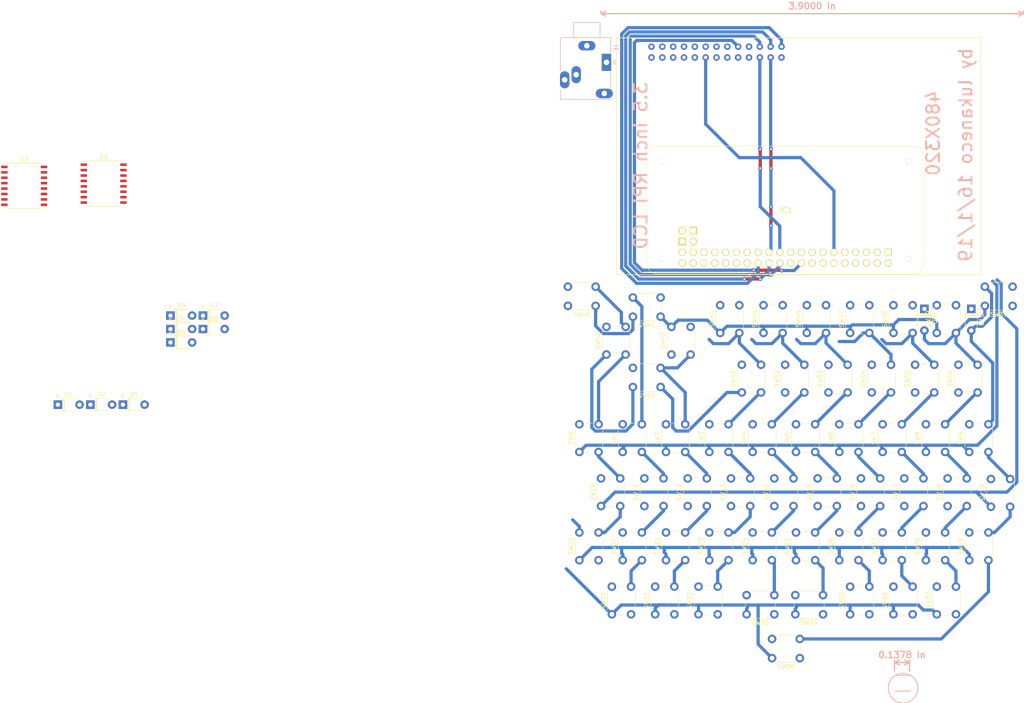
<source format=kicad_pcb>
(kicad_pcb (version 20171130) (host pcbnew "(5.0.2)-1")
  (layers (0 F.Cu signal) (31 B.Cu signal) (34 B.Paste user) (35 F.Paste user) (36 B.SilkS user) (37 F.SilkS user) (38 B.Mask user) (39 F.Mask user) (44 Edge.Cuts user))
  (net 0 "")
  (net 1 Col2)
  (net 2 Col3)
  (net 3 Col4)
  (net 4 Col5)
  (net 5 Col0)
  (net 6 Col1)
  (net 7 "Net-(DS1-Pad3)")
  (net 8 "Net-(DS1-Pad5)")
  (net 9 "Net-(DS1-Pad7)")
  (net 10 "Net-(DS1-Pad8)")
  (net 11 "Net-(DS1-Pad10)")
  (net 12 "Net-(DS1-Pad12)")
  (net 13 "Net-(DS1-Pad13)")
  (net 14 "Net-(DS1-Pad15)")
  (net 15 "Net-(DS1-Pad16)")
  (net 16 "Net-(J1-PadT)")
  (net 17 "Net-(J1-PadR)")
  (net 18 "Net-(J1-PadS)")
  (net 19 +3V3)
  (net 20 +5V)
  (net 21 GND)
  (net 22 TP_IRQ)
  (net 23 LCD_RS)
  (net 24 TP_SO)
  (net 25 RST)
  (net 26 LCD_SCK)
  (net 27 LCD_CS)
  (net 28 TP_CS)
  (net 29 Row0)
  (net 30 "Net-(D1-Pad2)")
  (net 31 "Net-(D2-Pad2)")
  (net 32 Row1)
  (net 33 Row2)
  (net 34 "Net-(D3-Pad2)")
  (net 35 "Net-(D4-Pad2)")
  (net 36 Row3)
  (net 37 Row4)
  (net 38 "Net-(D5-Pad2)")
  (net 39 Row5)
  (net 40 "Net-(D6-Pad2)")
  (net 41 "Net-(D7-Pad2)")
  (net 42 Row6)
  (net 43 "Net-(D8-Pad2)")
  (net 44 Row7)
  (net 45 Row8)
  (net 46 "Net-(D9-Pad2)")
  (net 47 "Net-(D10-Pad2)")
  (net 48 Row9)
  (net 49 "Net-(IC1-Pad7)")
  (net 50 "Net-(IC1-Pad8)")
  (net 51 "Net-(IC1-Pad10)")
  (net 52 "Net-(IC1-Pad12)")
  (net 53 "Net-(IC1-Pad13)")
  (net 54 "Net-(IC1-Pad15)")
  (net 55 "Net-(IC1-Pad16)")
  (net 56 "Net-(IC1-Pad19)")
  (net 57 "Net-(IC1-Pad27)")
  (net 58 "Net-(IC1-Pad28)")
  (net 59 "Net-(IC1-Pad29)")
  (net 60 "Net-(IC1-Pad30)")
  (net 61 "Net-(IC1-Pad31)")
  (net 62 "Net-(IC1-Pad32)")
  (net 63 "Net-(IC1-Pad33)")
  (net 64 "Net-(IC1-Pad34)")
  (net 65 "Net-(IC1-Pad35)")
  (net 66 "Net-(IC1-Pad36)")
  (net 67 "Net-(IC1-Pad37)")
  (net 68 "Net-(IC1-Pad38)")
  (net 69 "Net-(IC1-Pad39)")
  (net 70 "Net-(IC1-Pad40)")
  (net 71 "Net-(IC1-Pad41)")
  (net 72 "Net-(IC1-Pad42)")
  (net 73 "Net-(IC1-Pad43)")
  (net 74 "Net-(IC1-Pad44)")
  (net 75 SDA)
  (net 76 SDL)
  (net 77 "Net-(U2-Pad13)")
  (net 78 "Net-(U2-Pad3)")
  (net 79 "Net-(U2-Pad2)")
  (net 80 "Net-(U2-Pad1)")
  (net 81 "Net-(U3-Pad1)")
  (net 82 "Net-(U3-Pad2)")
  (net 83 "Net-(U3-Pad3)")
  (net 84 "Net-(U3-Pad13)")
  (module "pi zero:RASPBERRY_PI_ZERO_W" (layer F.Cu) (at 109.48 74.03 180)
    (fp_text reference IC1 (at 0 0 180) (layer F.SilkS) (effects (font (size 1.27 1.27) (thickness 0.254))))
    (fp_text value "Raspberry_Pi_Zero_W_(v1.3)" hide)
    (pad 1 thru_hole rect (at -23.885 -9.92 270) (size 1.665 1.665) (drill 1.11) (layers *.Cu *.Mask F.SilkS) (net 19 +3V3))
    (pad 2 thru_hole circle (at -23.885 -12.46 270) (size 1.665 1.665) (drill 1.11) (layers *.Cu *.Mask F.SilkS) (net 20 +5V))
    (pad 3 thru_hole circle (at -21.345 -9.92 270) (size 1.665 1.665) (drill 1.11) (layers *.Cu *.Mask F.SilkS) (net 75 SDA))
    (pad 4 thru_hole circle (at -21.345 -12.46 270) (size 1.665 1.665) (drill 1.11) (layers *.Cu *.Mask F.SilkS) (net 20 +5V))
    (pad 5 thru_hole circle (at -18.805 -9.92 270) (size 1.665 1.665) (drill 1.11) (layers *.Cu *.Mask F.SilkS) (net 76 SDL))
    (pad 6 thru_hole circle (at -18.805 -12.46 270) (size 1.665 1.665) (drill 1.11) (layers *.Cu *.Mask F.SilkS) (net 21 GND))
    (pad 7 thru_hole circle (at -16.265 -9.92 270) (size 1.665 1.665) (drill 1.11) (layers *.Cu *.Mask F.SilkS) (net 49 "Net-(IC1-Pad7)"))
    (pad 8 thru_hole circle (at -16.265 -12.46 270) (size 1.665 1.665) (drill 1.11) (layers *.Cu *.Mask F.SilkS) (net 50 "Net-(IC1-Pad8)"))
    (pad 9 thru_hole circle (at -13.725 -9.92 270) (size 1.665 1.665) (drill 1.11) (layers *.Cu *.Mask F.SilkS) (net 21 GND))
    (pad 10 thru_hole circle (at -13.725 -12.46 270) (size 1.665 1.665) (drill 1.11) (layers *.Cu *.Mask F.SilkS) (net 51 "Net-(IC1-Pad10)"))
    (pad 11 thru_hole circle (at -11.185 -9.92 270) (size 1.665 1.665) (drill 1.11) (layers *.Cu *.Mask F.SilkS) (net 22 TP_IRQ))
    (pad 12 thru_hole circle (at -11.185 -12.46 270) (size 1.665 1.665) (drill 1.11) (layers *.Cu *.Mask F.SilkS) (net 52 "Net-(IC1-Pad12)"))
    (pad 13 thru_hole circle (at -8.645 -9.92 270) (size 1.665 1.665) (drill 1.11) (layers *.Cu *.Mask F.SilkS) (net 53 "Net-(IC1-Pad13)"))
    (pad 14 thru_hole circle (at -8.645 -12.46 270) (size 1.665 1.665) (drill 1.11) (layers *.Cu *.Mask F.SilkS) (net 21 GND))
    (pad 15 thru_hole circle (at -6.105 -9.92 270) (size 1.665 1.665) (drill 1.11) (layers *.Cu *.Mask F.SilkS) (net 54 "Net-(IC1-Pad15)"))
    (pad 16 thru_hole circle (at -6.105 -12.46 270) (size 1.665 1.665) (drill 1.11) (layers *.Cu *.Mask F.SilkS) (net 55 "Net-(IC1-Pad16)"))
    (pad 17 thru_hole circle (at -3.565 -9.92 270) (size 1.665 1.665) (drill 1.11) (layers *.Cu *.Mask F.SilkS) (net 19 +3V3))
    (pad 18 thru_hole circle (at -3.565 -12.46 270) (size 1.665 1.665) (drill 1.11) (layers *.Cu *.Mask F.SilkS) (net 23 LCD_RS))
    (pad 19 thru_hole circle (at -1.025 -9.92 270) (size 1.665 1.665) (drill 1.11) (layers *.Cu *.Mask F.SilkS) (net 56 "Net-(IC1-Pad19)"))
    (pad 20 thru_hole circle (at -1.025 -12.46 270) (size 1.665 1.665) (drill 1.11) (layers *.Cu *.Mask F.SilkS) (net 21 GND))
    (pad 21 thru_hole circle (at 1.515 -9.92 270) (size 1.665 1.665) (drill 1.11) (layers *.Cu *.Mask F.SilkS) (net 24 TP_SO))
    (pad 22 thru_hole circle (at 1.515 -12.46 270) (size 1.665 1.665) (drill 1.11) (layers *.Cu *.Mask F.SilkS) (net 25 RST))
    (pad 23 thru_hole circle (at 4.055 -9.92 270) (size 1.665 1.665) (drill 1.11) (layers *.Cu *.Mask F.SilkS) (net 26 LCD_SCK))
    (pad 24 thru_hole circle (at 4.055 -12.46 270) (size 1.665 1.665) (drill 1.11) (layers *.Cu *.Mask F.SilkS) (net 27 LCD_CS))
    (pad 25 thru_hole circle (at 6.595 -9.92 270) (size 1.665 1.665) (drill 1.11) (layers *.Cu *.Mask F.SilkS) (net 21 GND))
    (pad 26 thru_hole circle (at 6.595 -12.46 270) (size 1.665 1.665) (drill 1.11) (layers *.Cu *.Mask F.SilkS) (net 28 TP_CS))
    (pad 27 thru_hole circle (at 9.135 -9.92 270) (size 1.665 1.665) (drill 1.11) (layers *.Cu *.Mask F.SilkS) (net 57 "Net-(IC1-Pad27)"))
    (pad 28 thru_hole circle (at 9.135 -12.46 270) (size 1.665 1.665) (drill 1.11) (layers *.Cu *.Mask F.SilkS) (net 58 "Net-(IC1-Pad28)"))
    (pad 29 thru_hole circle (at 11.675 -9.92 270) (size 1.665 1.665) (drill 1.11) (layers *.Cu *.Mask F.SilkS) (net 59 "Net-(IC1-Pad29)"))
    (pad 30 thru_hole circle (at 11.675 -12.46 270) (size 1.665 1.665) (drill 1.11) (layers *.Cu *.Mask F.SilkS) (net 60 "Net-(IC1-Pad30)"))
    (pad 31 thru_hole circle (at 14.215 -9.92 270) (size 1.665 1.665) (drill 1.11) (layers *.Cu *.Mask F.SilkS) (net 61 "Net-(IC1-Pad31)"))
    (pad 32 thru_hole circle (at 14.215 -12.46 270) (size 1.665 1.665) (drill 1.11) (layers *.Cu *.Mask F.SilkS) (net 62 "Net-(IC1-Pad32)"))
    (pad 33 thru_hole circle (at 16.755 -9.92 270) (size 1.665 1.665) (drill 1.11) (layers *.Cu *.Mask F.SilkS) (net 63 "Net-(IC1-Pad33)"))
    (pad 34 thru_hole circle (at 16.755 -12.46 270) (size 1.665 1.665) (drill 1.11) (layers *.Cu *.Mask F.SilkS) (net 64 "Net-(IC1-Pad34)"))
    (pad 35 thru_hole circle (at 19.295 -9.92 270) (size 1.665 1.665) (drill 1.11) (layers *.Cu *.Mask F.SilkS) (net 65 "Net-(IC1-Pad35)"))
    (pad 36 thru_hole circle (at 19.295 -12.46 270) (size 1.665 1.665) (drill 1.11) (layers *.Cu *.Mask F.SilkS) (net 66 "Net-(IC1-Pad36)"))
    (pad 37 thru_hole circle (at 21.835 -9.92 270) (size 1.665 1.665) (drill 1.11) (layers *.Cu *.Mask F.SilkS) (net 67 "Net-(IC1-Pad37)"))
    (pad 38 thru_hole circle (at 21.835 -12.46 270) (size 1.665 1.665) (drill 1.11) (layers *.Cu *.Mask F.SilkS) (net 68 "Net-(IC1-Pad38)"))
    (pad 39 thru_hole circle (at 24.375 -9.92 270) (size 1.665 1.665) (drill 1.11) (layers *.Cu *.Mask F.SilkS) (net 69 "Net-(IC1-Pad39)"))
    (pad 40 thru_hole circle (at 24.375 -12.46 270) (size 1.665 1.665) (drill 1.11) (layers *.Cu *.Mask F.SilkS) (net 70 "Net-(IC1-Pad40)"))
    (pad 41 thru_hole rect (at 24.375 -7.38 270) (size 1.665 1.665) (drill 1.11) (layers *.Cu *.Mask F.SilkS) (net 71 "Net-(IC1-Pad41)"))
    (pad 42 thru_hole circle (at 21.835 -7.38 270) (size 1.665 1.665) (drill 1.11) (layers *.Cu *.Mask F.SilkS) (net 72 "Net-(IC1-Pad42)"))
    (pad 43 thru_hole rect (at 21.835 -4.84 270) (size 1.665 1.665) (drill 1.11) (layers *.Cu *.Mask F.SilkS) (net 73 "Net-(IC1-Pad43)"))
    (pad 44 thru_hole circle (at 24.375 -4.84 270) (size 1.665 1.665) (drill 1.11) (layers *.Cu *.Mask F.SilkS) (net 74 "Net-(IC1-Pad44)"))
    (pad MH1 thru_hole circle (at -28.755 -11.5 270) (size 1.4 1.4) (drill 2.8) (layers *.Cu *.Mask F.SilkS))
    (pad MH2 thru_hole circle (at -28.755 11.5 270) (size 1.4 1.4) (drill 2.8) (layers *.Cu *.Mask F.SilkS))
    (pad MH3 thru_hole circle (at 29.245 11.5 270) (size 1.4 1.4) (drill 2.8) (layers *.Cu *.Mask F.SilkS))
    (pad MH4 thru_hole circle (at 29.245 -11.5 270) (size 1.4 1.4) (drill 2.8) (layers *.Cu *.Mask F.SilkS))
  )
  (module "35 display:3.5 inch RPi LCD" (layer B.Cu) (at 77.88 38.23)
    (fp_text reference DS1 hide)
    (fp_text value 3.5_Inch_RPI)
    (fp_text user "3.5 inch RPi LCD" (at -2.54 25.4 -90) (layer B.SilkS) (effects (font (size 3 3) (thickness 0.45)) (justify mirror)))
    (fp_text user 480X320 (at 66.04 17.78 -90) (layer B.SilkS) (effects (font (size 3 3) (thickness 0.45)) (justify mirror)))
    (fp_text user "by lukaneco 16/1/19" (at 73.66 22.86 -90) (layer B.SilkS) (effects (font (size 3 3) (thickness 0.45)) (justify mirror)))
    (pad 1 thru_hole circle (at 0 0) (size 1.524 1.524) (drill 0.762) (layers *.Cu *.Mask) (net 19 +3V3))
    (pad 2 thru_hole circle (at 0 -2.54) (size 1.524 1.524) (drill 0.762) (layers *.Cu *.Mask) (net 20 +5V))
    (pad 3 thru_hole circle (at 2.54 0) (size 1.524 1.524) (drill 0.762) (layers *.Cu *.Mask) (net 7 "Net-(DS1-Pad3)"))
    (pad 4 thru_hole circle (at 2.54 -2.54) (size 1.524 1.524) (drill 0.762) (layers *.Cu *.Mask) (net 20 +5V))
    (pad 5 thru_hole circle (at 5.08 0) (size 1.524 1.524) (drill 0.762) (layers *.Cu *.Mask) (net 8 "Net-(DS1-Pad5)"))
    (pad 6 thru_hole circle (at 5.08 -2.54) (size 1.524 1.524) (drill 0.762) (layers *.Cu *.Mask) (net 21 GND))
    (pad 7 thru_hole circle (at 7.62 0) (size 1.524 1.524) (drill 0.762) (layers *.Cu *.Mask) (net 9 "Net-(DS1-Pad7)"))
    (pad 8 thru_hole circle (at 7.62 -2.54) (size 1.524 1.524) (drill 0.762) (layers *.Cu *.Mask) (net 10 "Net-(DS1-Pad8)"))
    (pad 9 thru_hole circle (at 10.16 0) (size 1.524 1.524) (drill 0.762) (layers *.Cu *.Mask) (net 21 GND))
    (pad 10 thru_hole circle (at 10.16 -2.54) (size 1.524 1.524) (drill 0.762) (layers *.Cu *.Mask) (net 11 "Net-(DS1-Pad10)"))
    (pad 11 thru_hole circle (at 12.7 0) (size 1.524 1.524) (drill 0.762) (layers *.Cu *.Mask) (net 22 TP_IRQ))
    (pad 12 thru_hole circle (at 12.7 -2.54) (size 1.524 1.524) (drill 0.762) (layers *.Cu *.Mask) (net 12 "Net-(DS1-Pad12)"))
    (pad 13 thru_hole circle (at 15.24 0) (size 1.524 1.524) (drill 0.762) (layers *.Cu *.Mask) (net 13 "Net-(DS1-Pad13)"))
    (pad 14 thru_hole circle (at 15.24 -2.54) (size 1.524 1.524) (drill 0.762) (layers *.Cu *.Mask) (net 21 GND))
    (pad 15 thru_hole circle (at 17.78 0) (size 1.524 1.524) (drill 0.762) (layers *.Cu *.Mask) (net 14 "Net-(DS1-Pad15)"))
    (pad 16 thru_hole circle (at 17.78 -2.54) (size 1.524 1.524) (drill 0.762) (layers *.Cu *.Mask) (net 15 "Net-(DS1-Pad16)"))
    (pad 17 thru_hole circle (at 20.32 0) (size 1.524 1.524) (drill 0.762) (layers *.Cu *.Mask) (net 19 +3V3))
    (pad 18 thru_hole circle (at 20.32 -2.54) (size 1.524 1.524) (drill 0.762) (layers *.Cu *.Mask) (net 23 LCD_RS))
    (pad 19 thru_hole circle (at 22.86 0) (size 1.524 1.524) (drill 0.762) (layers *.Cu *.Mask))
    (pad 20 thru_hole circle (at 22.86 -2.54) (size 1.524 1.524) (drill 0.762) (layers *.Cu *.Mask) (net 21 GND))
    (pad 21 thru_hole circle (at 25.4 0) (size 1.524 1.524) (drill 0.762) (layers *.Cu *.Mask) (net 24 TP_SO))
    (pad 22 thru_hole circle (at 25.4 -2.54) (size 1.524 1.524) (drill 0.762) (layers *.Cu *.Mask) (net 25 RST))
    (pad 23 thru_hole circle (at 27.94 0) (size 1.524 1.524) (drill 0.762) (layers *.Cu *.Mask) (net 26 LCD_SCK))
    (pad 24 thru_hole circle (at 27.94 -2.54) (size 1.524 1.524) (drill 0.762) (layers *.Cu *.Mask) (net 27 LCD_CS))
    (pad 25 thru_hole circle (at 30.48 0) (size 1.524 1.524) (drill 0.762) (layers *.Cu *.Mask) (net 21 GND))
    (pad 26 thru_hole circle (at 30.48 -2.54) (size 1.524 1.524) (drill 0.762) (layers *.Cu *.Mask) (net 28 TP_CS))
  )
  (module Button_Switch_THT:SW_PUSH_6mm (layer F.Cu) (at 60.96 130.81 90)
    (fp_text reference SW0 (at 3.25 -2 90) (layer F.SilkS))
    (fp_text value SW_Push)
    (pad 2 thru_hole circle (at 0 4.5 180) (size 2 2) (drill 1.1) (layers *.Cu *.Mask) (net 30 "Net-(D1-Pad2)"))
    (pad 1 thru_hole circle (at 0 0 180) (size 2 2) (drill 1.1) (layers *.Cu *.Mask) (net 1 Col2))
    (pad 2 thru_hole circle (at 6.5 4.5 180) (size 2 2) (drill 1.1) (layers *.Cu *.Mask) (net 30 "Net-(D1-Pad2)"))
    (pad 1 thru_hole circle (at 6.5 0 180) (size 2 2) (drill 1.1) (layers *.Cu *.Mask) (net 1 Col2))
  )
  (module Button_Switch_THT:SW_PUSH_6mm (layer F.Cu) (at 71.12 130.81 90)
    (fp_text reference SW1 (at 3.25 -2 90) (layer F.SilkS))
    (fp_text value SW_Push)
    (pad 1 thru_hole circle (at 6.5 0 180) (size 2 2) (drill 1.1) (layers *.Cu *.Mask) (net 1 Col2))
    (pad 2 thru_hole circle (at 6.5 4.5 180) (size 2 2) (drill 1.1) (layers *.Cu *.Mask) (net 31 "Net-(D2-Pad2)"))
    (pad 1 thru_hole circle (at 0 0 180) (size 2 2) (drill 1.1) (layers *.Cu *.Mask) (net 1 Col2))
    (pad 2 thru_hole circle (at 0 4.5 180) (size 2 2) (drill 1.1) (layers *.Cu *.Mask) (net 31 "Net-(D2-Pad2)"))
  )
  (module Button_Switch_THT:SW_PUSH_6mm (layer F.Cu) (at 81.28 130.81 90)
    (fp_text reference SW2 (at 3.25 -2 90) (layer F.SilkS))
    (fp_text value SW_Push)
    (pad 2 thru_hole circle (at 0 4.5 180) (size 2 2) (drill 1.1) (layers *.Cu *.Mask) (net 34 "Net-(D3-Pad2)"))
    (pad 1 thru_hole circle (at 0 0 180) (size 2 2) (drill 1.1) (layers *.Cu *.Mask) (net 1 Col2))
    (pad 2 thru_hole circle (at 6.5 4.5 180) (size 2 2) (drill 1.1) (layers *.Cu *.Mask) (net 34 "Net-(D3-Pad2)"))
    (pad 1 thru_hole circle (at 6.5 0 180) (size 2 2) (drill 1.1) (layers *.Cu *.Mask) (net 1 Col2))
  )
  (module Button_Switch_THT:SW_PUSH_6mm (layer F.Cu) (at 91.44 130.81 90)
    (fp_text reference SW3 (at 3.25 -2 90) (layer F.SilkS))
    (fp_text value SW_Push)
    (pad 2 thru_hole circle (at 0 4.5 180) (size 2 2) (drill 1.1) (layers *.Cu *.Mask) (net 35 "Net-(D4-Pad2)"))
    (pad 1 thru_hole circle (at 0 0 180) (size 2 2) (drill 1.1) (layers *.Cu *.Mask) (net 1 Col2))
    (pad 2 thru_hole circle (at 6.5 4.5 180) (size 2 2) (drill 1.1) (layers *.Cu *.Mask) (net 35 "Net-(D4-Pad2)"))
    (pad 1 thru_hole circle (at 6.5 0 180) (size 2 2) (drill 1.1) (layers *.Cu *.Mask) (net 1 Col2))
  )
  (module Button_Switch_THT:SW_PUSH_6mm (layer F.Cu) (at 101.6 130.81 90)
    (fp_text reference SW4 (at 3.25 -2 90) (layer F.SilkS))
    (fp_text value SW_Push)
    (pad 1 thru_hole circle (at 6.5 0 180) (size 2 2) (drill 1.1) (layers *.Cu *.Mask) (net 1 Col2))
    (pad 2 thru_hole circle (at 6.5 4.5 180) (size 2 2) (drill 1.1) (layers *.Cu *.Mask) (net 38 "Net-(D5-Pad2)"))
    (pad 1 thru_hole circle (at 0 0 180) (size 2 2) (drill 1.1) (layers *.Cu *.Mask) (net 1 Col2))
    (pad 2 thru_hole circle (at 0 4.5 180) (size 2 2) (drill 1.1) (layers *.Cu *.Mask) (net 38 "Net-(D5-Pad2)"))
  )
  (module Button_Switch_THT:SW_PUSH_6mm (layer F.Cu) (at 111.76 130.81 90)
    (fp_text reference SW5 (at 3.25 -2 90) (layer F.SilkS))
    (fp_text value SW_Push)
    (pad 2 thru_hole circle (at 0 4.5 180) (size 2 2) (drill 1.1) (layers *.Cu *.Mask) (net 40 "Net-(D6-Pad2)"))
    (pad 1 thru_hole circle (at 0 0 180) (size 2 2) (drill 1.1) (layers *.Cu *.Mask) (net 1 Col2))
    (pad 2 thru_hole circle (at 6.5 4.5 180) (size 2 2) (drill 1.1) (layers *.Cu *.Mask) (net 40 "Net-(D6-Pad2)"))
    (pad 1 thru_hole circle (at 6.5 0 180) (size 2 2) (drill 1.1) (layers *.Cu *.Mask) (net 1 Col2))
  )
  (module Button_Switch_THT:SW_PUSH_6mm (layer F.Cu) (at 121.92 130.81 90)
    (fp_text reference SW6 (at 3.25 -2 90) (layer F.SilkS))
    (fp_text value SW_Push)
    (pad 2 thru_hole circle (at 0 4.5 180) (size 2 2) (drill 1.1) (layers *.Cu *.Mask) (net 41 "Net-(D7-Pad2)"))
    (pad 1 thru_hole circle (at 0 0 180) (size 2 2) (drill 1.1) (layers *.Cu *.Mask) (net 1 Col2))
    (pad 2 thru_hole circle (at 6.5 4.5 180) (size 2 2) (drill 1.1) (layers *.Cu *.Mask) (net 41 "Net-(D7-Pad2)"))
    (pad 1 thru_hole circle (at 6.5 0 180) (size 2 2) (drill 1.1) (layers *.Cu *.Mask) (net 1 Col2))
  )
  (module Button_Switch_THT:SW_PUSH_6mm (layer F.Cu) (at 132.08 130.81 90)
    (fp_text reference SW7 (at 3.25 -2 90) (layer F.SilkS))
    (fp_text value SW_Push)
    (pad 1 thru_hole circle (at 6.5 0 180) (size 2 2) (drill 1.1) (layers *.Cu *.Mask) (net 1 Col2))
    (pad 2 thru_hole circle (at 6.5 4.5 180) (size 2 2) (drill 1.1) (layers *.Cu *.Mask) (net 43 "Net-(D8-Pad2)"))
    (pad 1 thru_hole circle (at 0 0 180) (size 2 2) (drill 1.1) (layers *.Cu *.Mask) (net 1 Col2))
    (pad 2 thru_hole circle (at 0 4.5 180) (size 2 2) (drill 1.1) (layers *.Cu *.Mask) (net 43 "Net-(D8-Pad2)"))
  )
  (module Button_Switch_THT:SW_PUSH_6mm (layer F.Cu) (at 142.24 130.81 90)
    (fp_text reference SW8 (at 3.25 -2 90) (layer F.SilkS))
    (fp_text value SW_Push)
    (pad 1 thru_hole circle (at 6.5 0 180) (size 2 2) (drill 1.1) (layers *.Cu *.Mask) (net 1 Col2))
    (pad 2 thru_hole circle (at 6.5 4.5 180) (size 2 2) (drill 1.1) (layers *.Cu *.Mask) (net 46 "Net-(D9-Pad2)"))
    (pad 1 thru_hole circle (at 0 0 180) (size 2 2) (drill 1.1) (layers *.Cu *.Mask) (net 1 Col2))
    (pad 2 thru_hole circle (at 0 4.5 180) (size 2 2) (drill 1.1) (layers *.Cu *.Mask) (net 46 "Net-(D9-Pad2)"))
  )
  (module Button_Switch_THT:SW_PUSH_6mm (layer F.Cu) (at 152.4 130.81 90)
    (fp_text reference SW9 (at 3.25 -2 90) (layer F.SilkS))
    (fp_text value SW_Push)
    (pad 2 thru_hole circle (at 0 4.5 180) (size 2 2) (drill 1.1) (layers *.Cu *.Mask) (net 47 "Net-(D10-Pad2)"))
    (pad 1 thru_hole circle (at 0 0 180) (size 2 2) (drill 1.1) (layers *.Cu *.Mask) (net 1 Col2))
    (pad 2 thru_hole circle (at 6.5 4.5 180) (size 2 2) (drill 1.1) (layers *.Cu *.Mask) (net 47 "Net-(D10-Pad2)"))
    (pad 1 thru_hole circle (at 6.5 0 180) (size 2 2) (drill 1.1) (layers *.Cu *.Mask) (net 1 Col2))
  )
  (module Button_Switch_THT:SW_PUSH_6mm (layer F.Cu) (at 66.04 143.51 90)
    (fp_text reference SW10 (at 3.25 -2 90) (layer F.SilkS))
    (fp_text value SW_Push)
    (pad 1 thru_hole circle (at 6.5 0 180) (size 2 2) (drill 1.1) (layers *.Cu *.Mask) (net 2 Col3))
    (pad 2 thru_hole circle (at 6.5 4.5 180) (size 2 2) (drill 1.1) (layers *.Cu *.Mask) (net 30 "Net-(D1-Pad2)"))
    (pad 1 thru_hole circle (at 0 0 180) (size 2 2) (drill 1.1) (layers *.Cu *.Mask) (net 2 Col3))
    (pad 2 thru_hole circle (at 0 4.5 180) (size 2 2) (drill 1.1) (layers *.Cu *.Mask) (net 30 "Net-(D1-Pad2)"))
  )
  (module Button_Switch_THT:SW_PUSH_6mm (layer F.Cu) (at 76.2 143.51 90)
    (fp_text reference SW11 (at 3.25 -2 90) (layer F.SilkS))
    (fp_text value SW_Push)
    (pad 2 thru_hole circle (at 0 4.5 180) (size 2 2) (drill 1.1) (layers *.Cu *.Mask) (net 31 "Net-(D2-Pad2)"))
    (pad 1 thru_hole circle (at 0 0 180) (size 2 2) (drill 1.1) (layers *.Cu *.Mask) (net 2 Col3))
    (pad 2 thru_hole circle (at 6.5 4.5 180) (size 2 2) (drill 1.1) (layers *.Cu *.Mask) (net 31 "Net-(D2-Pad2)"))
    (pad 1 thru_hole circle (at 6.5 0 180) (size 2 2) (drill 1.1) (layers *.Cu *.Mask) (net 2 Col3))
  )
  (module Button_Switch_THT:SW_PUSH_6mm (layer F.Cu) (at 86.36 143.51 90)
    (fp_text reference SW12 (at 3.25 -2 90) (layer F.SilkS))
    (fp_text value SW_Push)
    (pad 1 thru_hole circle (at 6.5 0 180) (size 2 2) (drill 1.1) (layers *.Cu *.Mask) (net 2 Col3))
    (pad 2 thru_hole circle (at 6.5 4.5 180) (size 2 2) (drill 1.1) (layers *.Cu *.Mask) (net 34 "Net-(D3-Pad2)"))
    (pad 1 thru_hole circle (at 0 0 180) (size 2 2) (drill 1.1) (layers *.Cu *.Mask) (net 2 Col3))
    (pad 2 thru_hole circle (at 0 4.5 180) (size 2 2) (drill 1.1) (layers *.Cu *.Mask) (net 34 "Net-(D3-Pad2)"))
  )
  (module Button_Switch_THT:SW_PUSH_6mm (layer F.Cu) (at 96.52 143.51 90)
    (fp_text reference SW13 (at 3.25 -2 90) (layer F.SilkS))
    (fp_text value SW_Push)
    (pad 1 thru_hole circle (at 6.5 0 180) (size 2 2) (drill 1.1) (layers *.Cu *.Mask) (net 2 Col3))
    (pad 2 thru_hole circle (at 6.5 4.5 180) (size 2 2) (drill 1.1) (layers *.Cu *.Mask) (net 35 "Net-(D4-Pad2)"))
    (pad 1 thru_hole circle (at 0 0 180) (size 2 2) (drill 1.1) (layers *.Cu *.Mask) (net 2 Col3))
    (pad 2 thru_hole circle (at 0 4.5 180) (size 2 2) (drill 1.1) (layers *.Cu *.Mask) (net 35 "Net-(D4-Pad2)"))
  )
  (module Button_Switch_THT:SW_PUSH_6mm (layer F.Cu) (at 106.68 143.51 90)
    (fp_text reference SW14 (at 3.25 -2 90) (layer F.SilkS))
    (fp_text value SW_Push)
    (pad 2 thru_hole circle (at 0 4.5 180) (size 2 2) (drill 1.1) (layers *.Cu *.Mask) (net 38 "Net-(D5-Pad2)"))
    (pad 1 thru_hole circle (at 0 0 180) (size 2 2) (drill 1.1) (layers *.Cu *.Mask) (net 2 Col3))
    (pad 2 thru_hole circle (at 6.5 4.5 180) (size 2 2) (drill 1.1) (layers *.Cu *.Mask) (net 38 "Net-(D5-Pad2)"))
    (pad 1 thru_hole circle (at 6.5 0 180) (size 2 2) (drill 1.1) (layers *.Cu *.Mask) (net 2 Col3))
  )
  (module Button_Switch_THT:SW_PUSH_6mm (layer F.Cu) (at 116.84 143.51 90)
    (fp_text reference SW15 (at 3.25 -2 90) (layer F.SilkS))
    (fp_text value SW_Push)
    (pad 2 thru_hole circle (at 0 4.5 180) (size 2 2) (drill 1.1) (layers *.Cu *.Mask) (net 40 "Net-(D6-Pad2)"))
    (pad 1 thru_hole circle (at 0 0 180) (size 2 2) (drill 1.1) (layers *.Cu *.Mask) (net 2 Col3))
    (pad 2 thru_hole circle (at 6.5 4.5 180) (size 2 2) (drill 1.1) (layers *.Cu *.Mask) (net 40 "Net-(D6-Pad2)"))
    (pad 1 thru_hole circle (at 6.5 0 180) (size 2 2) (drill 1.1) (layers *.Cu *.Mask) (net 2 Col3))
  )
  (module Button_Switch_THT:SW_PUSH_6mm (layer F.Cu) (at 127 143.51 90)
    (fp_text reference SW16 (at 3.25 -2 90) (layer F.SilkS))
    (fp_text value SW_Push)
    (pad 1 thru_hole circle (at 6.5 0 180) (size 2 2) (drill 1.1) (layers *.Cu *.Mask) (net 2 Col3))
    (pad 2 thru_hole circle (at 6.5 4.5 180) (size 2 2) (drill 1.1) (layers *.Cu *.Mask) (net 41 "Net-(D7-Pad2)"))
    (pad 1 thru_hole circle (at 0 0 180) (size 2 2) (drill 1.1) (layers *.Cu *.Mask) (net 2 Col3))
    (pad 2 thru_hole circle (at 0 4.5 180) (size 2 2) (drill 1.1) (layers *.Cu *.Mask) (net 41 "Net-(D7-Pad2)"))
  )
  (module Button_Switch_THT:SW_PUSH_6mm (layer F.Cu) (at 137.16 143.51 90)
    (fp_text reference SW17 (at 3.25 -2 90) (layer F.SilkS))
    (fp_text value SW_Push)
    (pad 2 thru_hole circle (at 0 4.5 180) (size 2 2) (drill 1.1) (layers *.Cu *.Mask) (net 43 "Net-(D8-Pad2)"))
    (pad 1 thru_hole circle (at 0 0 180) (size 2 2) (drill 1.1) (layers *.Cu *.Mask) (net 2 Col3))
    (pad 2 thru_hole circle (at 6.5 4.5 180) (size 2 2) (drill 1.1) (layers *.Cu *.Mask) (net 43 "Net-(D8-Pad2)"))
    (pad 1 thru_hole circle (at 6.5 0 180) (size 2 2) (drill 1.1) (layers *.Cu *.Mask) (net 2 Col3))
  )
  (module Button_Switch_THT:SW_PUSH_6mm (layer F.Cu) (at 147.32 143.51 90)
    (fp_text reference SW18 (at 3.25 -2 90) (layer F.SilkS))
    (fp_text value SW_Push)
    (pad 1 thru_hole circle (at 6.5 0 180) (size 2 2) (drill 1.1) (layers *.Cu *.Mask) (net 2 Col3))
    (pad 2 thru_hole circle (at 6.5 4.5 180) (size 2 2) (drill 1.1) (layers *.Cu *.Mask) (net 46 "Net-(D9-Pad2)"))
    (pad 1 thru_hole circle (at 0 0 180) (size 2 2) (drill 1.1) (layers *.Cu *.Mask) (net 2 Col3))
    (pad 2 thru_hole circle (at 0 4.5 180) (size 2 2) (drill 1.1) (layers *.Cu *.Mask) (net 46 "Net-(D9-Pad2)"))
  )
  (module Button_Switch_THT:SW_PUSH_6mm (layer F.Cu) (at 157.48 143.66 90)
    (fp_text reference SW19 (at 3.25 -2 90) (layer F.SilkS))
    (fp_text value SW_Push)
    (pad 1 thru_hole circle (at 6.5 0 180) (size 2 2) (drill 1.1) (layers *.Cu *.Mask) (net 2 Col3))
    (pad 2 thru_hole circle (at 6.5 4.5 180) (size 2 2) (drill 1.1) (layers *.Cu *.Mask) (net 47 "Net-(D10-Pad2)"))
    (pad 1 thru_hole circle (at 0 0 180) (size 2 2) (drill 1.1) (layers *.Cu *.Mask) (net 2 Col3))
    (pad 2 thru_hole circle (at 0 4.5 180) (size 2 2) (drill 1.1) (layers *.Cu *.Mask) (net 47 "Net-(D10-Pad2)"))
  )
  (module Button_Switch_THT:SW_PUSH_6mm (layer F.Cu) (at 60.96 156.21 90)
    (fp_text reference SW20 (at 3.25 -2 90) (layer F.SilkS))
    (fp_text value SW_Push)
    (pad 2 thru_hole circle (at 0 4.5 180) (size 2 2) (drill 1.1) (layers *.Cu *.Mask) (net 30 "Net-(D1-Pad2)"))
    (pad 1 thru_hole circle (at 0 0 180) (size 2 2) (drill 1.1) (layers *.Cu *.Mask) (net 3 Col4))
    (pad 2 thru_hole circle (at 6.5 4.5 180) (size 2 2) (drill 1.1) (layers *.Cu *.Mask) (net 30 "Net-(D1-Pad2)"))
    (pad 1 thru_hole circle (at 6.5 0 180) (size 2 2) (drill 1.1) (layers *.Cu *.Mask) (net 3 Col4))
  )
  (module Button_Switch_THT:SW_PUSH_6mm (layer F.Cu) (at 71.12 156.21 90)
    (fp_text reference SW21 (at 3.25 -2 90) (layer F.SilkS))
    (fp_text value SW_Push)
    (pad 1 thru_hole circle (at 6.5 0 180) (size 2 2) (drill 1.1) (layers *.Cu *.Mask) (net 3 Col4))
    (pad 2 thru_hole circle (at 6.5 4.5 180) (size 2 2) (drill 1.1) (layers *.Cu *.Mask) (net 31 "Net-(D2-Pad2)"))
    (pad 1 thru_hole circle (at 0 0 180) (size 2 2) (drill 1.1) (layers *.Cu *.Mask) (net 3 Col4))
    (pad 2 thru_hole circle (at 0 4.5 180) (size 2 2) (drill 1.1) (layers *.Cu *.Mask) (net 31 "Net-(D2-Pad2)"))
  )
  (module Button_Switch_THT:SW_PUSH_6mm (layer F.Cu) (at 81.28 156.21 90)
    (fp_text reference SW22 (at 3.25 -2 90) (layer F.SilkS))
    (fp_text value SW_Push)
    (pad 2 thru_hole circle (at 0 4.5 180) (size 2 2) (drill 1.1) (layers *.Cu *.Mask) (net 34 "Net-(D3-Pad2)"))
    (pad 1 thru_hole circle (at 0 0 180) (size 2 2) (drill 1.1) (layers *.Cu *.Mask) (net 3 Col4))
    (pad 2 thru_hole circle (at 6.5 4.5 180) (size 2 2) (drill 1.1) (layers *.Cu *.Mask) (net 34 "Net-(D3-Pad2)"))
    (pad 1 thru_hole circle (at 6.5 0 180) (size 2 2) (drill 1.1) (layers *.Cu *.Mask) (net 3 Col4))
  )
  (module Button_Switch_THT:SW_PUSH_6mm (layer F.Cu) (at 91.44 156.21 90)
    (fp_text reference SW23 (at 3.25 -2 90) (layer F.SilkS))
    (fp_text value SW_Push)
    (pad 2 thru_hole circle (at 0 4.5 180) (size 2 2) (drill 1.1) (layers *.Cu *.Mask) (net 35 "Net-(D4-Pad2)"))
    (pad 1 thru_hole circle (at 0 0 180) (size 2 2) (drill 1.1) (layers *.Cu *.Mask) (net 3 Col4))
    (pad 2 thru_hole circle (at 6.5 4.5 180) (size 2 2) (drill 1.1) (layers *.Cu *.Mask) (net 35 "Net-(D4-Pad2)"))
    (pad 1 thru_hole circle (at 6.5 0 180) (size 2 2) (drill 1.1) (layers *.Cu *.Mask) (net 3 Col4))
  )
  (module Button_Switch_THT:SW_PUSH_6mm (layer F.Cu) (at 101.6 156.21 90)
    (fp_text reference SW24 (at 3.25 -2 90) (layer F.SilkS))
    (fp_text value SW_Push)
    (pad 2 thru_hole circle (at 0 4.5 180) (size 2 2) (drill 1.1) (layers *.Cu *.Mask) (net 38 "Net-(D5-Pad2)"))
    (pad 1 thru_hole circle (at 0 0 180) (size 2 2) (drill 1.1) (layers *.Cu *.Mask) (net 3 Col4))
    (pad 2 thru_hole circle (at 6.5 4.5 180) (size 2 2) (drill 1.1) (layers *.Cu *.Mask) (net 38 "Net-(D5-Pad2)"))
    (pad 1 thru_hole circle (at 6.5 0 180) (size 2 2) (drill 1.1) (layers *.Cu *.Mask) (net 3 Col4))
  )
  (module Button_Switch_THT:SW_PUSH_6mm (layer F.Cu) (at 111.76 156.21 90)
    (fp_text reference SW25 (at 3.25 -2 90) (layer F.SilkS))
    (fp_text value SW_Push)
    (pad 1 thru_hole circle (at 6.5 0 180) (size 2 2) (drill 1.1) (layers *.Cu *.Mask) (net 3 Col4))
    (pad 2 thru_hole circle (at 6.5 4.5 180) (size 2 2) (drill 1.1) (layers *.Cu *.Mask) (net 40 "Net-(D6-Pad2)"))
    (pad 1 thru_hole circle (at 0 0 180) (size 2 2) (drill 1.1) (layers *.Cu *.Mask) (net 3 Col4))
    (pad 2 thru_hole circle (at 0 4.5 180) (size 2 2) (drill 1.1) (layers *.Cu *.Mask) (net 40 "Net-(D6-Pad2)"))
  )
  (module Button_Switch_THT:SW_PUSH_6mm (layer F.Cu) (at 121.92 156.21 90)
    (fp_text reference SW26 (at 3.25 -2 90) (layer F.SilkS))
    (fp_text value SW_Push)
    (pad 2 thru_hole circle (at 0 4.5 180) (size 2 2) (drill 1.1) (layers *.Cu *.Mask) (net 41 "Net-(D7-Pad2)"))
    (pad 1 thru_hole circle (at 0 0 180) (size 2 2) (drill 1.1) (layers *.Cu *.Mask) (net 3 Col4))
    (pad 2 thru_hole circle (at 6.5 4.5 180) (size 2 2) (drill 1.1) (layers *.Cu *.Mask) (net 41 "Net-(D7-Pad2)"))
    (pad 1 thru_hole circle (at 6.5 0 180) (size 2 2) (drill 1.1) (layers *.Cu *.Mask) (net 3 Col4))
  )
  (module Button_Switch_THT:SW_PUSH_6mm (layer F.Cu) (at 132.08 156.21 90)
    (fp_text reference SW27 (at 3.25 -2 90) (layer F.SilkS))
    (fp_text value SW_Push)
    (pad 1 thru_hole circle (at 6.5 0 180) (size 2 2) (drill 1.1) (layers *.Cu *.Mask) (net 3 Col4))
    (pad 2 thru_hole circle (at 6.5 4.5 180) (size 2 2) (drill 1.1) (layers *.Cu *.Mask) (net 43 "Net-(D8-Pad2)"))
    (pad 1 thru_hole circle (at 0 0 180) (size 2 2) (drill 1.1) (layers *.Cu *.Mask) (net 3 Col4))
    (pad 2 thru_hole circle (at 0 4.5 180) (size 2 2) (drill 1.1) (layers *.Cu *.Mask) (net 43 "Net-(D8-Pad2)"))
  )
  (module Button_Switch_THT:SW_PUSH_6mm (layer F.Cu) (at 142.24 156.21 90)
    (fp_text reference SW28 (at 3.25 -2 90) (layer F.SilkS))
    (fp_text value SW_Push)
    (pad 2 thru_hole circle (at 0 4.5 180) (size 2 2) (drill 1.1) (layers *.Cu *.Mask) (net 46 "Net-(D9-Pad2)"))
    (pad 1 thru_hole circle (at 0 0 180) (size 2 2) (drill 1.1) (layers *.Cu *.Mask) (net 3 Col4))
    (pad 2 thru_hole circle (at 6.5 4.5 180) (size 2 2) (drill 1.1) (layers *.Cu *.Mask) (net 46 "Net-(D9-Pad2)"))
    (pad 1 thru_hole circle (at 6.5 0 180) (size 2 2) (drill 1.1) (layers *.Cu *.Mask) (net 3 Col4))
  )
  (module Button_Switch_THT:SW_PUSH_6mm (layer F.Cu) (at 152.4 156.21 90)
    (fp_text reference SW29 (at 3.25 -2 90) (layer F.SilkS))
    (fp_text value SW_Push)
    (pad 1 thru_hole circle (at 6.5 0 180) (size 2 2) (drill 1.1) (layers *.Cu *.Mask) (net 3 Col4))
    (pad 2 thru_hole circle (at 6.5 4.5 180) (size 2 2) (drill 1.1) (layers *.Cu *.Mask) (net 47 "Net-(D10-Pad2)"))
    (pad 1 thru_hole circle (at 0 0 180) (size 2 2) (drill 1.1) (layers *.Cu *.Mask) (net 3 Col4))
    (pad 2 thru_hole circle (at 0 4.5 180) (size 2 2) (drill 1.1) (layers *.Cu *.Mask) (net 47 "Net-(D10-Pad2)"))
  )
  (module Button_Switch_THT:SW_PUSH_6mm (layer F.Cu) (at 68.58 168.91 90)
    (fp_text reference SW30 (at 3.25 -2 90) (layer F.SilkS))
    (fp_text value SW_Push)
    (pad 1 thru_hole circle (at 6.5 0 180) (size 2 2) (drill 1.1) (layers *.Cu *.Mask) (net 4 Col5))
    (pad 2 thru_hole circle (at 6.5 4.5 180) (size 2 2) (drill 1.1) (layers *.Cu *.Mask) (net 31 "Net-(D2-Pad2)"))
    (pad 1 thru_hole circle (at 0 0 180) (size 2 2) (drill 1.1) (layers *.Cu *.Mask) (net 4 Col5))
    (pad 2 thru_hole circle (at 0 4.5 180) (size 2 2) (drill 1.1) (layers *.Cu *.Mask) (net 31 "Net-(D2-Pad2)"))
  )
  (module Button_Switch_THT:SW_PUSH_6mm (layer F.Cu) (at 78.74 168.91 90)
    (fp_text reference SW31 (at 3.25 -2 90) (layer F.SilkS))
    (fp_text value SW_Push)
    (pad 2 thru_hole circle (at 0 4.5 180) (size 2 2) (drill 1.1) (layers *.Cu *.Mask) (net 34 "Net-(D3-Pad2)"))
    (pad 1 thru_hole circle (at 0 0 180) (size 2 2) (drill 1.1) (layers *.Cu *.Mask) (net 4 Col5))
    (pad 2 thru_hole circle (at 6.5 4.5 180) (size 2 2) (drill 1.1) (layers *.Cu *.Mask) (net 34 "Net-(D3-Pad2)"))
    (pad 1 thru_hole circle (at 6.5 0 180) (size 2 2) (drill 1.1) (layers *.Cu *.Mask) (net 4 Col5))
  )
  (module Button_Switch_THT:SW_PUSH_6mm (layer F.Cu) (at 88.9 168.91 90)
    (fp_text reference SW32 (at 3.25 -2 90) (layer F.SilkS))
    (fp_text value SW_Push)
    (pad 1 thru_hole circle (at 6.5 0 180) (size 2 2) (drill 1.1) (layers *.Cu *.Mask) (net 4 Col5))
    (pad 2 thru_hole circle (at 6.5 4.5 180) (size 2 2) (drill 1.1) (layers *.Cu *.Mask) (net 35 "Net-(D4-Pad2)"))
    (pad 1 thru_hole circle (at 0 0 180) (size 2 2) (drill 1.1) (layers *.Cu *.Mask) (net 4 Col5))
    (pad 2 thru_hole circle (at 0 4.5 180) (size 2 2) (drill 1.1) (layers *.Cu *.Mask) (net 35 "Net-(D4-Pad2)"))
  )
  (module Button_Switch_THT:SW_PUSH_6mm (layer F.Cu) (at 106.68 168.91 180)
    (fp_text reference SW33 (at 3.25 -2 180) (layer F.SilkS))
    (fp_text value SW_Push)
    (pad 2 thru_hole circle (at 0 4.5 270) (size 2 2) (drill 1.1) (layers *.Cu *.Mask) (net 38 "Net-(D5-Pad2)"))
    (pad 1 thru_hole circle (at 0 0 270) (size 2 2) (drill 1.1) (layers *.Cu *.Mask) (net 4 Col5))
    (pad 2 thru_hole circle (at 6.5 4.5 270) (size 2 2) (drill 1.1) (layers *.Cu *.Mask) (net 38 "Net-(D5-Pad2)"))
    (pad 1 thru_hole circle (at 6.5 0 270) (size 2 2) (drill 1.1) (layers *.Cu *.Mask) (net 4 Col5))
  )
  (module Button_Switch_THT:SW_PUSH_6mm (layer F.Cu) (at 118.11 168.91 180)
    (fp_text reference SW34 (at 3.25 -2 180) (layer F.SilkS))
    (fp_text value SW_Push)
    (pad 2 thru_hole circle (at 0 4.5 270) (size 2 2) (drill 1.1) (layers *.Cu *.Mask) (net 40 "Net-(D6-Pad2)"))
    (pad 1 thru_hole circle (at 0 0 270) (size 2 2) (drill 1.1) (layers *.Cu *.Mask) (net 4 Col5))
    (pad 2 thru_hole circle (at 6.5 4.5 270) (size 2 2) (drill 1.1) (layers *.Cu *.Mask) (net 40 "Net-(D6-Pad2)"))
    (pad 1 thru_hole circle (at 6.5 0 270) (size 2 2) (drill 1.1) (layers *.Cu *.Mask) (net 4 Col5))
  )
  (module Button_Switch_THT:SW_PUSH_6mm (layer F.Cu) (at 124.46 168.91 90)
    (fp_text reference SW35 (at 3.25 -2 90) (layer F.SilkS))
    (fp_text value SW_Push)
    (pad 2 thru_hole circle (at 0 4.5 180) (size 2 2) (drill 1.1) (layers *.Cu *.Mask) (net 41 "Net-(D7-Pad2)"))
    (pad 1 thru_hole circle (at 0 0 180) (size 2 2) (drill 1.1) (layers *.Cu *.Mask) (net 4 Col5))
    (pad 2 thru_hole circle (at 6.5 4.5 180) (size 2 2) (drill 1.1) (layers *.Cu *.Mask) (net 41 "Net-(D7-Pad2)"))
    (pad 1 thru_hole circle (at 6.5 0 180) (size 2 2) (drill 1.1) (layers *.Cu *.Mask) (net 4 Col5))
  )
  (module Button_Switch_THT:SW_PUSH_6mm (layer F.Cu) (at 134.62 168.91 90)
    (fp_text reference SW36 (at 3.25 -2 90) (layer F.SilkS))
    (fp_text value SW_Push)
    (pad 2 thru_hole circle (at 0 4.5 180) (size 2 2) (drill 1.1) (layers *.Cu *.Mask) (net 43 "Net-(D8-Pad2)"))
    (pad 1 thru_hole circle (at 0 0 180) (size 2 2) (drill 1.1) (layers *.Cu *.Mask) (net 4 Col5))
    (pad 2 thru_hole circle (at 6.5 4.5 180) (size 2 2) (drill 1.1) (layers *.Cu *.Mask) (net 43 "Net-(D8-Pad2)"))
    (pad 1 thru_hole circle (at 6.5 0 180) (size 2 2) (drill 1.1) (layers *.Cu *.Mask) (net 4 Col5))
  )
  (module Button_Switch_THT:SW_PUSH_6mm (layer F.Cu) (at 144.78 168.91 90)
    (fp_text reference SW37 (at 3.25 -2 90) (layer F.SilkS))
    (fp_text value SW_Push)
    (pad 1 thru_hole circle (at 6.5 0 180) (size 2 2) (drill 1.1) (layers *.Cu *.Mask) (net 4 Col5))
    (pad 2 thru_hole circle (at 6.5 4.5 180) (size 2 2) (drill 1.1) (layers *.Cu *.Mask) (net 46 "Net-(D9-Pad2)"))
    (pad 1 thru_hole circle (at 0 0 180) (size 2 2) (drill 1.1) (layers *.Cu *.Mask) (net 4 Col5))
    (pad 2 thru_hole circle (at 0 4.5 180) (size 2 2) (drill 1.1) (layers *.Cu *.Mask) (net 46 "Net-(D9-Pad2)"))
  )
  (module Button_Switch_THT:SW_PUSH_6mm (layer F.Cu) (at 112.649 179.197 180)
    (fp_text reference SW38 (at 3.25 -2 180) (layer F.SilkS))
    (fp_text value SW_Push)
    (pad 2 thru_hole circle (at 0 4.5 270) (size 2 2) (drill 1.1) (layers *.Cu *.Mask) (net 47 "Net-(D10-Pad2)"))
    (pad 1 thru_hole circle (at 0 0 270) (size 2 2) (drill 1.1) (layers *.Cu *.Mask) (net 4 Col5))
    (pad 2 thru_hole circle (at 6.5 4.5 270) (size 2 2) (drill 1.1) (layers *.Cu *.Mask) (net 47 "Net-(D10-Pad2)"))
    (pad 1 thru_hole circle (at 6.5 0 270) (size 2 2) (drill 1.1) (layers *.Cu *.Mask) (net 4 Col5))
  )
  (module Button_Switch_THT:SW_PUSH_6mm (layer F.Cu) (at 162.56 96.52 180)
    (fp_text reference SW39 (at 3.25 -2 180) (layer F.SilkS))
    (fp_text value SW_Push)
    (pad 1 thru_hole circle (at 6.5 0 270) (size 2 2) (drill 1.1) (layers *.Cu *.Mask) (net 46 "Net-(D9-Pad2)"))
    (pad 2 thru_hole circle (at 6.5 4.5 270) (size 2 2) (drill 1.1) (layers *.Cu *.Mask) (net 47 "Net-(D10-Pad2)"))
    (pad 1 thru_hole circle (at 0 0 270) (size 2 2) (drill 1.1) (layers *.Cu *.Mask) (net 46 "Net-(D9-Pad2)"))
    (pad 2 thru_hole circle (at 0 4.5 270) (size 2 2) (drill 1.1) (layers *.Cu *.Mask) (net 47 "Net-(D10-Pad2)"))
  )
  (module Button_Switch_THT:SW_PUSH_6mm (layer F.Cu) (at 64.77 96.52 180)
    (fp_text reference SW40 (at 3.25 -2 180) (layer F.SilkS))
    (fp_text value SW_Push)
    (pad 1 thru_hole circle (at 6.5 0 270) (size 2 2) (drill 1.1) (layers *.Cu *.Mask) (net 5 Col0))
    (pad 2 thru_hole circle (at 6.5 4.5 270) (size 2 2) (drill 1.1) (layers *.Cu *.Mask) (net 30 "Net-(D1-Pad2)"))
    (pad 1 thru_hole circle (at 0 0 270) (size 2 2) (drill 1.1) (layers *.Cu *.Mask) (net 5 Col0))
    (pad 2 thru_hole circle (at 0 4.5 270) (size 2 2) (drill 1.1) (layers *.Cu *.Mask) (net 30 "Net-(D1-Pad2)"))
  )
  (module Button_Switch_THT:SW_PUSH_6mm (layer F.Cu) (at 80.01 99.06 180)
    (fp_text reference SW41 (at 3.25 -2 180) (layer F.SilkS))
    (fp_text value SW_Push)
    (pad 1 thru_hole circle (at 6.5 0 270) (size 2 2) (drill 1.1) (layers *.Cu *.Mask) (net 5 Col0))
    (pad 2 thru_hole circle (at 6.5 4.5 270) (size 2 2) (drill 1.1) (layers *.Cu *.Mask) (net 31 "Net-(D2-Pad2)"))
    (pad 1 thru_hole circle (at 0 0 270) (size 2 2) (drill 1.1) (layers *.Cu *.Mask) (net 5 Col0))
    (pad 2 thru_hole circle (at 0 4.5 270) (size 2 2) (drill 1.1) (layers *.Cu *.Mask) (net 31 "Net-(D2-Pad2)"))
  )
  (module Button_Switch_THT:SW_PUSH_6mm (layer F.Cu) (at 67.31 107.95 90)
    (fp_text reference SW42 (at 3.25 -2 90) (layer F.SilkS))
    (fp_text value SW_Push)
    (pad 1 thru_hole circle (at 6.5 0 180) (size 2 2) (drill 1.1) (layers *.Cu *.Mask) (net 6 Col1))
    (pad 2 thru_hole circle (at 6.5 4.5 180) (size 2 2) (drill 1.1) (layers *.Cu *.Mask) (net 30 "Net-(D1-Pad2)"))
    (pad 1 thru_hole circle (at 0 0 180) (size 2 2) (drill 1.1) (layers *.Cu *.Mask) (net 6 Col1))
    (pad 2 thru_hole circle (at 0 4.5 180) (size 2 2) (drill 1.1) (layers *.Cu *.Mask) (net 30 "Net-(D1-Pad2)"))
  )
  (module Button_Switch_THT:SW_PUSH_6mm (layer F.Cu) (at 82.55 107.95 90)
    (fp_text reference SW43 (at 3.25 -2 90) (layer F.SilkS))
    (fp_text value SW_Push)
    (pad 2 thru_hole circle (at 0 4.5 180) (size 2 2) (drill 1.1) (layers *.Cu *.Mask) (net 34 "Net-(D3-Pad2)"))
    (pad 1 thru_hole circle (at 0 0 180) (size 2 2) (drill 1.1) (layers *.Cu *.Mask) (net 5 Col0))
    (pad 2 thru_hole circle (at 6.5 4.5 180) (size 2 2) (drill 1.1) (layers *.Cu *.Mask) (net 34 "Net-(D3-Pad2)"))
    (pad 1 thru_hole circle (at 6.5 0 180) (size 2 2) (drill 1.1) (layers *.Cu *.Mask) (net 5 Col0))
  )
  (module Button_Switch_THT:SW_PUSH_6mm (layer F.Cu) (at 93.98 102.87 90)
    (fp_text reference SW44 (at 3.25 -2 90) (layer F.SilkS))
    (fp_text value SW_Push)
    (pad 1 thru_hole circle (at 6.5 0 180) (size 2 2) (drill 1.1) (layers *.Cu *.Mask) (net 5 Col0))
    (pad 2 thru_hole circle (at 6.5 4.5 180) (size 2 2) (drill 1.1) (layers *.Cu *.Mask) (net 35 "Net-(D4-Pad2)"))
    (pad 1 thru_hole circle (at 0 0 180) (size 2 2) (drill 1.1) (layers *.Cu *.Mask) (net 5 Col0))
    (pad 2 thru_hole circle (at 0 4.5 180) (size 2 2) (drill 1.1) (layers *.Cu *.Mask) (net 35 "Net-(D4-Pad2)"))
  )
  (module Button_Switch_THT:SW_PUSH_6mm (layer F.Cu) (at 104.14 102.87 90)
    (fp_text reference SW45 (at 3.25 -2 90) (layer F.SilkS))
    (fp_text value SW_Push)
    (pad 2 thru_hole circle (at 0 4.5 180) (size 2 2) (drill 1.1) (layers *.Cu *.Mask) (net 38 "Net-(D5-Pad2)"))
    (pad 1 thru_hole circle (at 0 0 180) (size 2 2) (drill 1.1) (layers *.Cu *.Mask) (net 5 Col0))
    (pad 2 thru_hole circle (at 6.5 4.5 180) (size 2 2) (drill 1.1) (layers *.Cu *.Mask) (net 38 "Net-(D5-Pad2)"))
    (pad 1 thru_hole circle (at 6.5 0 180) (size 2 2) (drill 1.1) (layers *.Cu *.Mask) (net 5 Col0))
  )
  (module Button_Switch_THT:SW_PUSH_6mm (layer F.Cu) (at 114.3 102.87 90)
    (fp_text reference SW46 (at 3.25 -2 90) (layer F.SilkS))
    (fp_text value SW_Push)
    (pad 2 thru_hole circle (at 0 4.5 180) (size 2 2) (drill 1.1) (layers *.Cu *.Mask) (net 40 "Net-(D6-Pad2)"))
    (pad 1 thru_hole circle (at 0 0 180) (size 2 2) (drill 1.1) (layers *.Cu *.Mask) (net 5 Col0))
    (pad 2 thru_hole circle (at 6.5 4.5 180) (size 2 2) (drill 1.1) (layers *.Cu *.Mask) (net 40 "Net-(D6-Pad2)"))
    (pad 1 thru_hole circle (at 6.5 0 180) (size 2 2) (drill 1.1) (layers *.Cu *.Mask) (net 5 Col0))
  )
  (module Button_Switch_THT:SW_PUSH_6mm (layer F.Cu) (at 124.46 102.87 90)
    (fp_text reference SW47 (at 3.25 -2 90) (layer F.SilkS))
    (fp_text value SW_Push)
    (pad 2 thru_hole circle (at 0 4.5 180) (size 2 2) (drill 1.1) (layers *.Cu *.Mask) (net 41 "Net-(D7-Pad2)"))
    (pad 1 thru_hole circle (at 0 0 180) (size 2 2) (drill 1.1) (layers *.Cu *.Mask) (net 5 Col0))
    (pad 2 thru_hole circle (at 6.5 4.5 180) (size 2 2) (drill 1.1) (layers *.Cu *.Mask) (net 41 "Net-(D7-Pad2)"))
    (pad 1 thru_hole circle (at 6.5 0 180) (size 2 2) (drill 1.1) (layers *.Cu *.Mask) (net 5 Col0))
  )
  (module Button_Switch_THT:SW_PUSH_6mm (layer F.Cu) (at 134.62 102.87 90)
    (fp_text reference SW48 (at 3.25 -2 90) (layer F.SilkS))
    (fp_text value SW_Push)
    (pad 2 thru_hole circle (at 0 4.5 180) (size 2 2) (drill 1.1) (layers *.Cu *.Mask) (net 43 "Net-(D8-Pad2)"))
    (pad 1 thru_hole circle (at 0 0 180) (size 2 2) (drill 1.1) (layers *.Cu *.Mask) (net 5 Col0))
    (pad 2 thru_hole circle (at 6.5 4.5 180) (size 2 2) (drill 1.1) (layers *.Cu *.Mask) (net 43 "Net-(D8-Pad2)"))
    (pad 1 thru_hole circle (at 6.5 0 180) (size 2 2) (drill 1.1) (layers *.Cu *.Mask) (net 5 Col0))
  )
  (module Button_Switch_THT:SW_PUSH_6mm (layer F.Cu) (at 144.78 102.87 90)
    (fp_text reference SW49 (at 3.25 -2 90) (layer F.SilkS))
    (fp_text value SW_Push)
    (pad 1 thru_hole circle (at 6.5 0 180) (size 2 2) (drill 1.1) (layers *.Cu *.Mask) (net 5 Col0))
    (pad 2 thru_hole circle (at 6.5 4.5 180) (size 2 2) (drill 1.1) (layers *.Cu *.Mask) (net 46 "Net-(D9-Pad2)"))
    (pad 1 thru_hole circle (at 0 0 180) (size 2 2) (drill 1.1) (layers *.Cu *.Mask) (net 5 Col0))
    (pad 2 thru_hole circle (at 0 4.5 180) (size 2 2) (drill 1.1) (layers *.Cu *.Mask) (net 46 "Net-(D9-Pad2)"))
  )
  (module Button_Switch_THT:SW_PUSH_6mm (layer F.Cu) (at 80.01 115.57 180)
    (fp_text reference SW50 (at 3.25 -2 180) (layer F.SilkS))
    (fp_text value SW_Push)
    (pad 2 thru_hole circle (at 0 4.5 270) (size 2 2) (drill 1.1) (layers *.Cu *.Mask) (net 34 "Net-(D3-Pad2)"))
    (pad 1 thru_hole circle (at 0 0 270) (size 2 2) (drill 1.1) (layers *.Cu *.Mask) (net 6 Col1))
    (pad 2 thru_hole circle (at 6.5 4.5 270) (size 2 2) (drill 1.1) (layers *.Cu *.Mask) (net 34 "Net-(D3-Pad2)"))
    (pad 1 thru_hole circle (at 6.5 0 270) (size 2 2) (drill 1.1) (layers *.Cu *.Mask) (net 6 Col1))
  )
  (module Button_Switch_THT:SW_PUSH_6mm (layer F.Cu) (at 99.06 116.84 90)
    (fp_text reference SW51 (at 3.25 -2 90) (layer F.SilkS))
    (fp_text value SW_Push)
    (pad 1 thru_hole circle (at 6.5 0 180) (size 2 2) (drill 1.1) (layers *.Cu *.Mask) (net 6 Col1))
    (pad 2 thru_hole circle (at 6.5 4.5 180) (size 2 2) (drill 1.1) (layers *.Cu *.Mask) (net 35 "Net-(D4-Pad2)"))
    (pad 1 thru_hole circle (at 0 0 180) (size 2 2) (drill 1.1) (layers *.Cu *.Mask) (net 6 Col1))
    (pad 2 thru_hole circle (at 0 4.5 180) (size 2 2) (drill 1.1) (layers *.Cu *.Mask) (net 35 "Net-(D4-Pad2)"))
  )
  (module Button_Switch_THT:SW_PUSH_6mm (layer F.Cu) (at 109.22 116.84 90)
    (fp_text reference SW52 (at 3.25 -2 90) (layer F.SilkS))
    (fp_text value SW_Push)
    (pad 1 thru_hole circle (at 6.5 0 180) (size 2 2) (drill 1.1) (layers *.Cu *.Mask) (net 6 Col1))
    (pad 2 thru_hole circle (at 6.5 4.5 180) (size 2 2) (drill 1.1) (layers *.Cu *.Mask) (net 38 "Net-(D5-Pad2)"))
    (pad 1 thru_hole circle (at 0 0 180) (size 2 2) (drill 1.1) (layers *.Cu *.Mask) (net 6 Col1))
    (pad 2 thru_hole circle (at 0 4.5 180) (size 2 2) (drill 1.1) (layers *.Cu *.Mask) (net 38 "Net-(D5-Pad2)"))
  )
  (module Button_Switch_THT:SW_PUSH_6mm (layer F.Cu) (at 119.38 116.84 90)
    (fp_text reference SW53 (at 3.25 -2 90) (layer F.SilkS))
    (fp_text value SW_Push)
    (pad 1 thru_hole circle (at 6.5 0 180) (size 2 2) (drill 1.1) (layers *.Cu *.Mask) (net 6 Col1))
    (pad 2 thru_hole circle (at 6.5 4.5 180) (size 2 2) (drill 1.1) (layers *.Cu *.Mask) (net 40 "Net-(D6-Pad2)"))
    (pad 1 thru_hole circle (at 0 0 180) (size 2 2) (drill 1.1) (layers *.Cu *.Mask) (net 6 Col1))
    (pad 2 thru_hole circle (at 0 4.5 180) (size 2 2) (drill 1.1) (layers *.Cu *.Mask) (net 40 "Net-(D6-Pad2)"))
  )
  (module Button_Switch_THT:SW_PUSH_6mm (layer F.Cu) (at 129.54 116.84 90)
    (fp_text reference SW54 (at 3.25 -2 90) (layer F.SilkS))
    (fp_text value SW_Push)
    (pad 2 thru_hole circle (at 0 4.5 180) (size 2 2) (drill 1.1) (layers *.Cu *.Mask) (net 41 "Net-(D7-Pad2)"))
    (pad 1 thru_hole circle (at 0 0 180) (size 2 2) (drill 1.1) (layers *.Cu *.Mask) (net 6 Col1))
    (pad 2 thru_hole circle (at 6.5 4.5 180) (size 2 2) (drill 1.1) (layers *.Cu *.Mask) (net 41 "Net-(D7-Pad2)"))
    (pad 1 thru_hole circle (at 6.5 0 180) (size 2 2) (drill 1.1) (layers *.Cu *.Mask) (net 6 Col1))
  )
  (module Button_Switch_THT:SW_PUSH_6mm (layer F.Cu) (at 139.7 116.84 90)
    (fp_text reference SW55 (at 3.25 -2 90) (layer F.SilkS))
    (fp_text value SW_Push)
    (pad 1 thru_hole circle (at 6.5 0 180) (size 2 2) (drill 1.1) (layers *.Cu *.Mask) (net 6 Col1))
    (pad 2 thru_hole circle (at 6.5 4.5 180) (size 2 2) (drill 1.1) (layers *.Cu *.Mask) (net 43 "Net-(D8-Pad2)"))
    (pad 1 thru_hole circle (at 0 0 180) (size 2 2) (drill 1.1) (layers *.Cu *.Mask) (net 6 Col1))
    (pad 2 thru_hole circle (at 0 4.5 180) (size 2 2) (drill 1.1) (layers *.Cu *.Mask) (net 43 "Net-(D8-Pad2)"))
  )
  (module Button_Switch_THT:SW_PUSH_6mm (layer F.Cu) (at 149.86 116.84 90)
    (fp_text reference SW56 (at 3.25 -2 90) (layer F.SilkS))
    (fp_text value SW_Push)
    (pad 1 thru_hole circle (at 6.5 0 180) (size 2 2) (drill 1.1) (layers *.Cu *.Mask) (net 6 Col1))
    (pad 2 thru_hole circle (at 6.5 4.5 180) (size 2 2) (drill 1.1) (layers *.Cu *.Mask) (net 46 "Net-(D9-Pad2)"))
    (pad 1 thru_hole circle (at 0 0 180) (size 2 2) (drill 1.1) (layers *.Cu *.Mask) (net 6 Col1))
    (pad 2 thru_hole circle (at 0 4.5 180) (size 2 2) (drill 1.1) (layers *.Cu *.Mask) (net 46 "Net-(D9-Pad2)"))
  )
  (module Connector_Audio:Jack_3.5mm_Ledino_KB3SPRS_Horizontal (layer B.Cu) (at 67.31 39.37 270)
    (fp_text reference J1 (at -3.5 -2.3 270) (layer B.SilkS) (effects (justify mirror)))
    (fp_text value AudioJack3)
    (pad T thru_hole rect (at 0 0 270) (size 4 2.2) (drill 1.3) (layers *.Cu *.Mask) (net 16 "Net-(J1-PadT)"))
    (pad TN thru_hole oval (at 7.3 0.5 180) (size 4 2.2) (drill 1.3) (layers *.Cu *.Mask))
    (pad RN thru_hole oval (at 2.9 7.1 270) (size 4 2.2) (drill 1.3) (layers *.Cu *.Mask))
    (pad R thru_hole oval (at 4.1 9.8 270) (size 4 2.2) (drill 1.3) (layers *.Cu *.Mask) (net 17 "Net-(J1-PadR)"))
    (pad S thru_hole oval (at -3.9 4.6 270) (size 2.2 4) (drill 1.3) (layers *.Cu *.Mask) (net 18 "Net-(J1-PadS)"))
  )
  (module Diode_THT:D_T-1_P5.08mm_Horizontal (layer F.Cu) (at -61.344999 119.705001)
    (fp_text reference D1 (at 2.54 -2.42) (layer F.SilkS))
    (fp_text value 1N4148)
    (fp_text user K (at 0 -2) (layer F.SilkS))
    (pad 1 thru_hole rect (at 0 0) (size 2 2) (drill 1) (layers *.Cu *.Mask) (net 29 Row0))
    (pad 2 thru_hole oval (at 5.08 0) (size 2 2) (drill 1) (layers *.Cu *.Mask) (net 30 "Net-(D1-Pad2)"))
  )
  (module Diode_THT:D_T-1_P5.08mm_Horizontal (layer F.Cu) (at -53.714999 119.705001)
    (fp_text reference D2 (at 2.54 -2.42) (layer F.SilkS))
    (fp_text value 1N4148)
    (fp_text user K (at 0 -2) (layer F.SilkS))
    (pad 2 thru_hole oval (at 5.08 0) (size 2 2) (drill 1) (layers *.Cu *.Mask) (net 31 "Net-(D2-Pad2)"))
    (pad 1 thru_hole rect (at 0 0) (size 2 2) (drill 1) (layers *.Cu *.Mask) (net 32 Row1))
  )
  (module Diode_THT:D_T-1_P5.08mm_Horizontal (layer F.Cu) (at -34.944999 98.805001)
    (fp_text reference D3 (at 2.54 -2.42) (layer F.SilkS))
    (fp_text value 1N4148)
    (fp_text user K (at 0 -2) (layer F.SilkS))
    (pad 1 thru_hole rect (at 0 0) (size 2 2) (drill 1) (layers *.Cu *.Mask) (net 33 Row2))
    (pad 2 thru_hole oval (at 5.08 0) (size 2 2) (drill 1) (layers *.Cu *.Mask) (net 34 "Net-(D3-Pad2)"))
  )
  (module Diode_THT:D_T-1_P5.08mm_Horizontal (layer F.Cu) (at -34.944999 101.955001)
    (fp_text reference D4 (at 2.54 -2.42) (layer F.SilkS))
    (fp_text value 1N4148)
    (fp_text user K (at 0 -2) (layer F.SilkS))
    (pad 2 thru_hole oval (at 5.08 0) (size 2 2) (drill 1) (layers *.Cu *.Mask) (net 35 "Net-(D4-Pad2)"))
    (pad 1 thru_hole rect (at 0 0) (size 2 2) (drill 1) (layers *.Cu *.Mask) (net 36 Row3))
  )
  (module Diode_THT:D_T-1_P5.08mm_Horizontal (layer F.Cu) (at -46.084999 119.705001)
    (fp_text reference D5 (at 2.54 -2.42) (layer F.SilkS))
    (fp_text value 1N4148)
    (fp_text user K (at 0 -2) (layer F.SilkS))
    (pad 1 thru_hole rect (at 0 0) (size 2 2) (drill 1) (layers *.Cu *.Mask) (net 37 Row4))
    (pad 2 thru_hole oval (at 5.08 0) (size 2 2) (drill 1) (layers *.Cu *.Mask) (net 38 "Net-(D5-Pad2)"))
  )
  (module Diode_THT:D_T-1_P5.08mm_Horizontal (layer F.Cu) (at -34.944999 105.105001)
    (fp_text reference D6 (at 2.54 -2.42) (layer F.SilkS))
    (fp_text value 1N4148)
    (fp_text user K (at 0 -2) (layer F.SilkS))
    (pad 2 thru_hole oval (at 5.08 0) (size 2 2) (drill 1) (layers *.Cu *.Mask) (net 40 "Net-(D6-Pad2)"))
    (pad 1 thru_hole rect (at 0 0) (size 2 2) (drill 1) (layers *.Cu *.Mask) (net 39 Row5))
  )
  (module Diode_THT:D_T-1_P5.08mm_Horizontal (layer F.Cu) (at -27.314999 98.805001)
    (fp_text reference D7 (at 2.54 -2.42) (layer F.SilkS))
    (fp_text value 1N4148)
    (fp_text user K (at 0 -2) (layer F.SilkS))
    (pad 1 thru_hole rect (at 0 0) (size 2 2) (drill 1) (layers *.Cu *.Mask) (net 42 Row6))
    (pad 2 thru_hole oval (at 5.08 0) (size 2 2) (drill 1) (layers *.Cu *.Mask) (net 41 "Net-(D7-Pad2)"))
  )
  (module Diode_THT:D_T-1_P5.08mm_Horizontal (layer F.Cu) (at -27.314999 101.955001)
    (fp_text reference D8 (at 2.54 -2.42) (layer F.SilkS))
    (fp_text value 1N4148)
    (fp_text user K (at 0 -2) (layer F.SilkS))
    (pad 2 thru_hole oval (at 5.08 0) (size 2 2) (drill 1) (layers *.Cu *.Mask) (net 43 "Net-(D8-Pad2)"))
    (pad 1 thru_hole rect (at 0 0) (size 2 2) (drill 1) (layers *.Cu *.Mask) (net 44 Row7))
  )
  (module Diode_THT:D_T-1_P5.08mm_Horizontal (layer F.Cu) (at 141.88 97.23 270)
    (fp_text reference D9 (at 2.54 -2.42 270) (layer F.SilkS))
    (fp_text value 1N4148)
    (fp_text user K (at 0 -2 270) (layer F.SilkS))
    (pad 1 thru_hole rect (at 0 0 270) (size 2 2) (drill 1) (layers *.Cu *.Mask) (net 45 Row8))
    (pad 2 thru_hole oval (at 5.08 0 270) (size 2 2) (drill 1) (layers *.Cu *.Mask) (net 46 "Net-(D9-Pad2)"))
  )
  (module Diode_THT:D_T-1_P5.08mm_Horizontal (layer F.Cu) (at 152.88 97.23 270)
    (fp_text reference D10 (at 2.54 -2.42 270) (layer F.SilkS))
    (fp_text value 1N4148)
    (fp_text user K (at 0 -2 270) (layer F.SilkS))
    (pad 2 thru_hole oval (at 5.08 0 270) (size 2 2) (drill 1) (layers *.Cu *.Mask) (net 47 "Net-(D10-Pad2)"))
    (pad 1 thru_hole rect (at 0 0 270) (size 2 2) (drill 1) (layers *.Cu *.Mask) (net 48 Row9))
  )
  (module Package_SO:SOIC-16W_7.5x10.3mm_P1.27mm (layer F.Cu) (at -69.244999 68.355001)
    (fp_text reference U2 (at 0 -6.25) (layer F.SilkS))
    (fp_text value PCF8574)
    (pad 16 smd rect (at 4.65 -4.445) (size 1.5 0.6) (layers F.Cu F.Paste F.Mask) (net 20 +5V))
    (pad 15 smd rect (at 4.65 -3.175) (size 1.5 0.6) (layers F.Cu F.Paste F.Mask) (net 75 SDA))
    (pad 14 smd rect (at 4.65 -1.905) (size 1.5 0.6) (layers F.Cu F.Paste F.Mask) (net 76 SDL))
    (pad 13 smd rect (at 4.65 -0.635) (size 1.5 0.6) (layers F.Cu F.Paste F.Mask) (net 77 "Net-(U2-Pad13)"))
    (pad 12 smd rect (at 4.65 0.635) (size 1.5 0.6) (layers F.Cu F.Paste F.Mask) (net 32 Row1))
    (pad 11 smd rect (at 4.65 1.905) (size 1.5 0.6) (layers F.Cu F.Paste F.Mask) (net 29 Row0))
    (pad 10 smd rect (at 4.65 3.175) (size 1.5 0.6) (layers F.Cu F.Paste F.Mask) (net 6 Col1))
    (pad 9 smd rect (at 4.65 4.445) (size 1.5 0.6) (layers F.Cu F.Paste F.Mask) (net 5 Col0))
    (pad 8 smd rect (at -4.65 4.445) (size 1.5 0.6) (layers F.Cu F.Paste F.Mask) (net 21 GND))
    (pad 7 smd rect (at -4.65 3.175) (size 1.5 0.6) (layers F.Cu F.Paste F.Mask) (net 1 Col2))
    (pad 6 smd rect (at -4.65 1.905) (size 1.5 0.6) (layers F.Cu F.Paste F.Mask) (net 2 Col3))
    (pad 5 smd rect (at -4.65 0.635) (size 1.5 0.6) (layers F.Cu F.Paste F.Mask) (net 3 Col4))
    (pad 4 smd rect (at -4.65 -0.635) (size 1.5 0.6) (layers F.Cu F.Paste F.Mask) (net 4 Col5))
    (pad 3 smd rect (at -4.65 -1.905) (size 1.5 0.6) (layers F.Cu F.Paste F.Mask) (net 78 "Net-(U2-Pad3)"))
    (pad 2 smd rect (at -4.65 -3.175) (size 1.5 0.6) (layers F.Cu F.Paste F.Mask) (net 79 "Net-(U2-Pad2)"))
    (pad 1 smd rect (at -4.65 -4.445) (size 1.5 0.6) (layers F.Cu F.Paste F.Mask) (net 80 "Net-(U2-Pad1)"))
  )
  (module Package_SO:SOIC-16W_7.5x10.3mm_P1.27mm (layer F.Cu) (at -50.62 67.83)
    (fp_text reference U3 (at 0 -6.25) (layer F.SilkS))
    (fp_text value PCF8574)
    (pad 1 smd rect (at -4.65 -4.445) (size 1.5 0.6) (layers F.Cu F.Paste F.Mask) (net 81 "Net-(U3-Pad1)"))
    (pad 2 smd rect (at -4.65 -3.175) (size 1.5 0.6) (layers F.Cu F.Paste F.Mask) (net 82 "Net-(U3-Pad2)"))
    (pad 3 smd rect (at -4.65 -1.905) (size 1.5 0.6) (layers F.Cu F.Paste F.Mask) (net 83 "Net-(U3-Pad3)"))
    (pad 4 smd rect (at -4.65 -0.635) (size 1.5 0.6) (layers F.Cu F.Paste F.Mask) (net 33 Row2))
    (pad 5 smd rect (at -4.65 0.635) (size 1.5 0.6) (layers F.Cu F.Paste F.Mask) (net 36 Row3))
    (pad 6 smd rect (at -4.65 1.905) (size 1.5 0.6) (layers F.Cu F.Paste F.Mask) (net 37 Row4))
    (pad 7 smd rect (at -4.65 3.175) (size 1.5 0.6) (layers F.Cu F.Paste F.Mask) (net 39 Row5))
    (pad 8 smd rect (at -4.65 4.445) (size 1.5 0.6) (layers F.Cu F.Paste F.Mask) (net 21 GND))
    (pad 9 smd rect (at 4.65 4.445) (size 1.5 0.6) (layers F.Cu F.Paste F.Mask) (net 42 Row6))
    (pad 10 smd rect (at 4.65 3.175) (size 1.5 0.6) (layers F.Cu F.Paste F.Mask) (net 44 Row7))
    (pad 11 smd rect (at 4.65 1.905) (size 1.5 0.6) (layers F.Cu F.Paste F.Mask) (net 45 Row8))
    (pad 12 smd rect (at 4.65 0.635) (size 1.5 0.6) (layers F.Cu F.Paste F.Mask) (net 48 Row9))
    (pad 13 smd rect (at 4.65 -0.635) (size 1.5 0.6) (layers F.Cu F.Paste F.Mask) (net 84 "Net-(U3-Pad13)"))
    (pad 14 smd rect (at 4.65 -1.905) (size 1.5 0.6) (layers F.Cu F.Paste F.Mask) (net 76 SDL))
    (pad 15 smd rect (at 4.65 -3.175) (size 1.5 0.6) (layers F.Cu F.Paste F.Mask) (net 75 SDA))
    (pad 16 smd rect (at 4.65 -4.445) (size 1.5 0.6) (layers F.Cu F.Paste F.Mask) (net 20 +5V))
  )
  (gr_line (start 135.08 186.93) (end 138.58 186.93) (layer B.SilkS) (width 0.2))
  (gr_circle (center 136.88 186.23) (end 140.18 185.13) (layer B.SilkS) (width 0.2))
  (gr_line (start 135.08 183.23) (end 138.58 183.23) (layer B.SilkS) (width 0.2))
  (dimension 3.5 (width 0.3) (layer B.SilkS) (gr_text "3,500 mm" (at 136.63 178.13) (layer B.SilkS) (effects (font (size 1.5 1.5) (thickness 0.3)))) (feature1 (pts (xy 138.38 182.23) (xy 138.38 179.643579))) (feature2 (pts (xy 134.88 182.23) (xy 134.88 179.643579))) (crossbar (pts (xy 134.88 180.23) (xy 138.38 180.23))) (arrow1a (pts (xy 138.38 180.23) (xy 137.253496 180.816421))) (arrow1b (pts (xy 138.38 180.23) (xy 137.253496 179.643579))) (arrow2a (pts (xy 134.88 180.23) (xy 136.006504 180.816421))) (arrow2b (pts (xy 134.88 180.23) (xy 136.006504 179.643579))))
  (dimension 99.06 (width 0.3) (layer B.SilkS) (gr_text "99,060 mm" (at 115.57 25.84) (layer B.SilkS) (effects (font (size 1.5 1.5) (thickness 0.3)))) (feature1 (pts (xy 66.04 27.94) (xy 66.04 27.353579))) (feature2 (pts (xy 165.1 27.94) (xy 165.1 27.353579))) (crossbar (pts (xy 165.1 27.94) (xy 66.04 27.94))) (arrow1a (pts (xy 66.04 27.94) (xy 67.166504 27.353579))) (arrow1b (pts (xy 66.04 27.94) (xy 67.166504 28.526421))) (arrow2a (pts (xy 165.1 27.94) (xy 163.973496 27.353579))) (arrow2b (pts (xy 165.1 27.94) (xy 163.973496 28.526421))))
  (segment (start 151.400001 129.810001) (end 152.4 130.81) (width 0.75) (layer B.Cu) (net 1))
  (segment (start 150.82 129.23) (end 151.400001 129.810001) (width 0.75) (layer B.Cu) (net 1))
  (segment (start 60.96 130.81) (end 62.54 129.23) (width 0.75) (layer B.Cu) (net 1))
  (segment (start 142.074213 129.23) (end 141.88 129.23) (width 0.75) (layer B.Cu) (net 1))
  (segment (start 142.24 129.395787) (end 142.074213 129.23) (width 0.75) (layer B.Cu) (net 1))
  (segment (start 142.24 130.81) (end 142.24 129.395787) (width 0.75) (layer B.Cu) (net 1))
  (segment (start 141.88 129.23) (end 150.82 129.23) (width 0.75) (layer B.Cu) (net 1))
  (segment (start 132.08 130.81) (end 132.08 130.03) (width 0.75) (layer B.Cu) (net 1))
  (segment (start 131.88 129.83) (end 131.88 129.23) (width 0.75) (layer B.Cu) (net 1))
  (segment (start 132.08 130.03) (end 131.88 129.83) (width 0.75) (layer B.Cu) (net 1))
  (segment (start 131.88 129.23) (end 141.88 129.23) (width 0.75) (layer B.Cu) (net 1))
  (segment (start 121.92 129.27) (end 121.88 129.23) (width 0.75) (layer B.Cu) (net 1))
  (segment (start 121.92 130.81) (end 121.92 129.27) (width 0.75) (layer B.Cu) (net 1))
  (segment (start 121.88 129.23) (end 131.88 129.23) (width 0.75) (layer B.Cu) (net 1))
  (segment (start 111.76 129.35) (end 111.88 129.23) (width 0.75) (layer B.Cu) (net 1))
  (segment (start 111.76 130.81) (end 111.76 129.35) (width 0.75) (layer B.Cu) (net 1))
  (segment (start 111.88 129.23) (end 121.88 129.23) (width 0.75) (layer B.Cu) (net 1))
  (segment (start 101.434213 129.23) (end 101.38 129.23) (width 0.75) (layer B.Cu) (net 1))
  (segment (start 101.6 129.395787) (end 101.434213 129.23) (width 0.75) (layer B.Cu) (net 1))
  (segment (start 101.6 130.81) (end 101.6 129.395787) (width 0.75) (layer B.Cu) (net 1))
  (segment (start 101.38 129.23) (end 111.88 129.23) (width 0.75) (layer B.Cu) (net 1))
  (segment (start 91.274213 129.23) (end 90.88 129.23) (width 0.75) (layer B.Cu) (net 1))
  (segment (start 91.44 129.395787) (end 91.274213 129.23) (width 0.75) (layer B.Cu) (net 1))
  (segment (start 91.44 130.81) (end 91.44 129.395787) (width 0.75) (layer B.Cu) (net 1))
  (segment (start 90.88 129.23) (end 101.38 129.23) (width 0.75) (layer B.Cu) (net 1))
  (segment (start 81.114213 129.23) (end 80.88 129.23) (width 0.75) (layer B.Cu) (net 1))
  (segment (start 81.28 129.395787) (end 81.114213 129.23) (width 0.75) (layer B.Cu) (net 1))
  (segment (start 81.28 130.81) (end 81.28 129.395787) (width 0.75) (layer B.Cu) (net 1))
  (segment (start 80.88 129.23) (end 90.88 129.23) (width 0.75) (layer B.Cu) (net 1))
  (segment (start 71.12 130.81) (end 71.12 129.99) (width 0.75) (layer B.Cu) (net 1))
  (segment (start 71.38 129.73) (end 71.38 129.23) (width 0.75) (layer B.Cu) (net 1))
  (segment (start 71.12 129.99) (end 71.38 129.73) (width 0.75) (layer B.Cu) (net 1))
  (segment (start 62.54 129.23) (end 71.38 129.23) (width 0.75) (layer B.Cu) (net 1))
  (segment (start 71.38 129.23) (end 80.88 129.23) (width 0.75) (layer B.Cu) (net 1))
  (segment (start 154.340993 129.23) (end 158.88 124.690993) (width 0.75) (layer B.Cu) (net 1))
  (segment (start 150.82 129.23) (end 154.311002 129.23) (width 0.75) (layer B.Cu) (net 1))
  (segment (start 157.88 90.73) (end 158.88 91.73) (width 0.75) (layer B.Cu) (net 1))
  (segment (start 158.88 124.73) (end 158.88 91.73) (width 0.75) (layer B.Cu) (net 1))
  (segment (start 156.480001 142.660001) (end 157.48 143.66) (width 0.75) (layer B.Cu) (net 2))
  (segment (start 154.05 140.23) (end 156.480001 142.660001) (width 0.75) (layer B.Cu) (net 2))
  (segment (start 69.32 140.23) (end 154.05 140.23) (width 0.75) (layer B.Cu) (net 2))
  (segment (start 66.04 143.51) (end 69.32 140.23) (width 0.75) (layer B.Cu) (net 2))
  (segment (start 161.241002 140.23) (end 163.555001 137.916001) (width 0.75) (layer B.Cu) (net 2))
  (segment (start 163.555001 137.916001) (end 163.555001 101.905001) (width 0.75) (layer B.Cu) (net 2))
  (segment (start 163.555001 101.905001) (end 159.88 98.23) (width 0.75) (layer B.Cu) (net 2))
  (segment (start 154.05 140.23) (end 161.241002 140.23) (width 0.75) (layer B.Cu) (net 2))
  (segment (start 159.723517 91.23) (end 158.905001 90.411484) (width 0.75) (layer B.Cu) (net 2))
  (segment (start 159.88 91.23) (end 159.723517 91.23) (width 0.75) (layer B.Cu) (net 2))
  (segment (start 159.88 98.23) (end 159.88 91.23) (width 0.75) (layer B.Cu) (net 2))
  (segment (start 152.4 154.795787) (end 150.834213 153.23) (width 0.75) (layer B.Cu) (net 3))
  (segment (start 152.4 156.21) (end 152.4 154.795787) (width 0.75) (layer B.Cu) (net 3))
  (segment (start 63.94 153.23) (end 60.96 156.21) (width 0.75) (layer B.Cu) (net 3))
  (segment (start 70.88 154.555787) (end 70.88 153.23) (width 0.75) (layer B.Cu) (net 3))
  (segment (start 71.12 154.795787) (end 70.88 154.555787) (width 0.75) (layer B.Cu) (net 3))
  (segment (start 71.12 156.21) (end 71.12 154.795787) (width 0.75) (layer B.Cu) (net 3))
  (segment (start 70.88 153.23) (end 63.94 153.23) (width 0.75) (layer B.Cu) (net 3))
  (segment (start 80.88 154.395787) (end 80.88 153.23) (width 0.75) (layer B.Cu) (net 3))
  (segment (start 81.28 154.795787) (end 80.88 154.395787) (width 0.75) (layer B.Cu) (net 3))
  (segment (start 81.28 156.21) (end 81.28 154.795787) (width 0.75) (layer B.Cu) (net 3))
  (segment (start 80.88 153.23) (end 70.88 153.23) (width 0.75) (layer B.Cu) (net 3))
  (segment (start 91.38 154.735787) (end 91.38 153.23) (width 0.75) (layer B.Cu) (net 3))
  (segment (start 91.44 154.795787) (end 91.38 154.735787) (width 0.75) (layer B.Cu) (net 3))
  (segment (start 91.44 156.21) (end 91.44 154.795787) (width 0.75) (layer B.Cu) (net 3))
  (segment (start 91.38 153.23) (end 80.88 153.23) (width 0.75) (layer B.Cu) (net 3))
  (segment (start 101.38 154.575787) (end 101.38 153.23) (width 0.75) (layer B.Cu) (net 3))
  (segment (start 101.6 154.795787) (end 101.38 154.575787) (width 0.75) (layer B.Cu) (net 3))
  (segment (start 101.6 156.21) (end 101.6 154.795787) (width 0.75) (layer B.Cu) (net 3))
  (segment (start 101.38 153.23) (end 91.38 153.23) (width 0.75) (layer B.Cu) (net 3))
  (segment (start 111.38 154.415787) (end 111.38 153.23) (width 0.75) (layer B.Cu) (net 3))
  (segment (start 111.76 154.795787) (end 111.38 154.415787) (width 0.75) (layer B.Cu) (net 3))
  (segment (start 111.76 156.21) (end 111.76 154.795787) (width 0.75) (layer B.Cu) (net 3))
  (segment (start 111.38 153.23) (end 101.38 153.23) (width 0.75) (layer B.Cu) (net 3))
  (segment (start 121.92 153.77) (end 121.38 153.23) (width 0.75) (layer B.Cu) (net 3))
  (segment (start 121.92 156.21) (end 121.92 153.77) (width 0.75) (layer B.Cu) (net 3))
  (segment (start 121.38 153.23) (end 111.38 153.23) (width 0.75) (layer B.Cu) (net 3))
  (segment (start 131.88 154.595787) (end 131.88 153.23) (width 0.75) (layer B.Cu) (net 3))
  (segment (start 132.08 154.795787) (end 131.88 154.595787) (width 0.75) (layer B.Cu) (net 3))
  (segment (start 132.08 156.21) (end 132.08 154.795787) (width 0.75) (layer B.Cu) (net 3))
  (segment (start 131.88 153.23) (end 121.38 153.23) (width 0.75) (layer B.Cu) (net 3))
  (segment (start 142.38 154.655787) (end 142.38 153.23) (width 0.75) (layer B.Cu) (net 3))
  (segment (start 142.24 154.795787) (end 142.38 154.655787) (width 0.75) (layer B.Cu) (net 3))
  (segment (start 142.24 156.21) (end 142.24 154.795787) (width 0.75) (layer B.Cu) (net 3))
  (segment (start 150.834213 153.23) (end 142.38 153.23) (width 0.75) (layer B.Cu) (net 3))
  (segment (start 142.38 153.23) (end 131.88 153.23) (width 0.75) (layer B.Cu) (net 3))
  (segment (start 60.96 148.295787) (end 59.38 146.715787) (width 0.75) (layer B.Cu) (net 3))
  (segment (start 60.96 149.71) (end 60.96 148.295787) (width 0.75) (layer B.Cu) (net 3))
  (segment (start 69.579999 167.910001) (end 68.58 168.91) (width 0.75) (layer B.Cu) (net 4))
  (segment (start 70.76 166.73) (end 69.579999 167.910001) (width 0.75) (layer B.Cu) (net 4))
  (segment (start 80.88 166.73) (end 70.76 166.73) (width 0.75) (layer B.Cu) (net 4))
  (segment (start 79.505787 166.73) (end 80.88 166.73) (width 0.75) (layer B.Cu) (net 4))
  (segment (start 78.74 167.495787) (end 79.505787 166.73) (width 0.75) (layer B.Cu) (net 4))
  (segment (start 78.74 168.91) (end 78.74 167.495787) (width 0.75) (layer B.Cu) (net 4))
  (segment (start 88.9 166.75) (end 88.88 166.73) (width 0.75) (layer B.Cu) (net 4))
  (segment (start 88.9 168.91) (end 88.9 166.75) (width 0.75) (layer B.Cu) (net 4))
  (segment (start 88.88 166.73) (end 80.88 166.73) (width 0.75) (layer B.Cu) (net 4))
  (segment (start 100.38 167.295787) (end 100.38 166.73) (width 0.75) (layer B.Cu) (net 4))
  (segment (start 100.18 167.495787) (end 100.38 167.295787) (width 0.75) (layer B.Cu) (net 4))
  (segment (start 100.18 168.91) (end 100.18 167.495787) (width 0.75) (layer B.Cu) (net 4))
  (segment (start 100.38 166.73) (end 88.88 166.73) (width 0.75) (layer B.Cu) (net 4))
  (segment (start 111.88 167.225787) (end 111.88 166.73) (width 0.75) (layer B.Cu) (net 4))
  (segment (start 111.61 167.495787) (end 111.88 167.225787) (width 0.75) (layer B.Cu) (net 4))
  (segment (start 111.61 168.91) (end 111.61 167.495787) (width 0.75) (layer B.Cu) (net 4))
  (segment (start 124.46 166.81) (end 124.38 166.73) (width 0.75) (layer B.Cu) (net 4))
  (segment (start 124.46 168.91) (end 124.46 166.81) (width 0.75) (layer B.Cu) (net 4))
  (segment (start 124.38 166.73) (end 111.88 166.73) (width 0.75) (layer B.Cu) (net 4))
  (segment (start 102.88 175.928) (end 102.88 166.73) (width 0.75) (layer B.Cu) (net 4))
  (segment (start 106.149 179.197) (end 102.88 175.928) (width 0.75) (layer B.Cu) (net 4))
  (segment (start 111.88 166.73) (end 102.88 166.73) (width 0.75) (layer B.Cu) (net 4))
  (segment (start 102.88 166.73) (end 100.38 166.73) (width 0.75) (layer B.Cu) (net 4))
  (segment (start 134.62 166.97) (end 134.38 166.73) (width 0.75) (layer B.Cu) (net 4))
  (segment (start 134.62 168.91) (end 134.62 166.97) (width 0.75) (layer B.Cu) (net 4))
  (segment (start 140.46 166.73) (end 134.38 166.73) (width 0.75) (layer B.Cu) (net 4))
  (segment (start 134.38 166.73) (end 124.38 166.73) (width 0.75) (layer B.Cu) (net 4))
  (segment (start 141.640001 167.910001) (end 140.46 166.73) (width 0.75) (layer B.Cu) (net 4))
  (segment (start 143.780001 167.910001) (end 141.640001 167.910001) (width 0.75) (layer B.Cu) (net 4))
  (segment (start 144.78 168.91) (end 143.780001 167.910001) (width 0.75) (layer B.Cu) (net 4))
  (segment (start 58.38 158.71) (end 68.58 168.91) (width 0.75) (layer B.Cu) (net 4))
  (segment (start 57.891002 158.221002) (end 58.38 158.71) (width 0.75) (layer B.Cu) (net 4))
  (segment (start 93.98 102.87) (end 95.555001 101.294999) (width 0.75) (layer B.Cu) (net 5))
  (segment (start 134.62 102.87) (end 134.62 101.455787) (width 0.75) (layer B.Cu) (net 5))
  (segment (start 124.299212 101.294999) (end 123.88 101.294999) (width 0.75) (layer B.Cu) (net 5))
  (segment (start 124.46 101.455787) (end 124.299212 101.294999) (width 0.75) (layer B.Cu) (net 5))
  (segment (start 124.46 102.87) (end 124.46 101.455787) (width 0.75) (layer B.Cu) (net 5))
  (segment (start 114.139212 101.294999) (end 113.88 101.294999) (width 0.75) (layer B.Cu) (net 5))
  (segment (start 114.3 101.455787) (end 114.139212 101.294999) (width 0.75) (layer B.Cu) (net 5))
  (segment (start 114.3 102.87) (end 114.3 101.455787) (width 0.75) (layer B.Cu) (net 5))
  (segment (start 113.88 101.294999) (end 123.88 101.294999) (width 0.75) (layer B.Cu) (net 5))
  (segment (start 103.979212 101.294999) (end 103.88 101.294999) (width 0.75) (layer B.Cu) (net 5))
  (segment (start 104.14 101.455787) (end 103.979212 101.294999) (width 0.75) (layer B.Cu) (net 5))
  (segment (start 104.14 102.87) (end 104.14 101.455787) (width 0.75) (layer B.Cu) (net 5))
  (segment (start 95.555001 101.294999) (end 103.88 101.294999) (width 0.75) (layer B.Cu) (net 5))
  (segment (start 103.88 101.294999) (end 113.88 101.294999) (width 0.75) (layer B.Cu) (net 5))
  (segment (start 83.549999 100.450001) (end 82.55 101.45) (width 0.75) (layer B.Cu) (net 5))
  (segment (start 84.125001 99.874999) (end 83.549999 100.450001) (width 0.75) (layer B.Cu) (net 5))
  (segment (start 90.984999 99.874999) (end 84.125001 99.874999) (width 0.75) (layer B.Cu) (net 5))
  (segment (start 93.98 102.87) (end 90.984999 99.874999) (width 0.75) (layer B.Cu) (net 5))
  (segment (start 82.4 101.45) (end 80.01 99.06) (width 0.75) (layer B.Cu) (net 5))
  (segment (start 82.55 101.45) (end 82.4 101.45) (width 0.75) (layer B.Cu) (net 5))
  (segment (start 64.77 97.934213) (end 64.77 96.52) (width 0.75) (layer B.Cu) (net 5))
  (segment (start 64.77 101.241002) (end 64.77 97.934213) (width 0.75) (layer B.Cu) (net 5))
  (segment (start 66.553999 103.025001) (end 64.77 101.241002) (width 0.75) (layer B.Cu) (net 5))
  (segment (start 72.566001 103.025001) (end 66.553999 103.025001) (width 0.75) (layer B.Cu) (net 5))
  (segment (start 73.51 102.081002) (end 72.566001 103.025001) (width 0.75) (layer B.Cu) (net 5))
  (segment (start 73.51 99.06) (end 73.51 102.081002) (width 0.75) (layer B.Cu) (net 5))
  (segment (start 134.62 101.455787) (end 134.62 100.99) (width 0.75) (layer B.Cu) (net 5))
  (segment (start 134.62 100.99) (end 135.88 99.73) (width 0.75) (layer B.Cu) (net 5))
  (segment (start 135.88 99.73) (end 143.88 99.73) (width 0.75) (layer B.Cu) (net 5))
  (segment (start 144.78 100.63) (end 144.78 102.87) (width 0.75) (layer B.Cu) (net 5))
  (segment (start 143.88 99.73) (end 144.78 100.63) (width 0.75) (layer B.Cu) (net 5))
  (segment (start 124.925787 100.99) (end 124.46 101.455787) (width 0.75) (layer B.Cu) (net 5))
  (segment (start 134.62 100.99) (end 124.925787 100.99) (width 0.75) (layer B.Cu) (net 5))
  (segment (start 81.009999 116.569999) (end 80.01 115.57) (width 0.75) (layer B.Cu) (net 6))
  (segment (start 82.855001 118.415001) (end 81.009999 116.569999) (width 0.75) (layer B.Cu) (net 6))
  (segment (start 82.855001 125.066001) (end 82.855001 118.415001) (width 0.75) (layer B.Cu) (net 6))
  (segment (start 86.536001 125.885001) (end 83.674001 125.885001) (width 0.75) (layer B.Cu) (net 6))
  (segment (start 95.581002 116.84) (end 86.536001 125.885001) (width 0.75) (layer B.Cu) (net 6))
  (segment (start 83.674001 125.885001) (end 82.855001 125.066001) (width 0.75) (layer B.Cu) (net 6))
  (segment (start 99.06 116.84) (end 95.581002 116.84) (width 0.75) (layer B.Cu) (net 6))
  (segment (start 63.884999 111.375001) (end 66.310001 108.949999) (width 0.75) (layer B.Cu) (net 6))
  (segment (start 63.884999 125.066001) (end 63.884999 111.375001) (width 0.75) (layer B.Cu) (net 6))
  (segment (start 64.703999 125.885001) (end 63.884999 125.066001) (width 0.75) (layer B.Cu) (net 6))
  (segment (start 71.876001 125.885001) (end 64.703999 125.885001) (width 0.75) (layer B.Cu) (net 6))
  (segment (start 66.310001 108.949999) (end 67.31 107.95) (width 0.75) (layer B.Cu) (net 6))
  (segment (start 73.51 124.251002) (end 71.876001 125.885001) (width 0.75) (layer B.Cu) (net 6))
  (segment (start 73.51 115.57) (end 73.51 124.251002) (width 0.75) (layer B.Cu) (net 6))
  (segment (start 118.125 86.49) (end 117.668102 86.49) (width 0.75) (layer F.Cu) (net 21))
  (segment (start 120.665 69.515) (end 120.665 83.95) (width 0.75) (layer B.Cu) (net 22))
  (segment (start 112.88 61.73) (end 120.665 69.515) (width 0.75) (layer B.Cu) (net 22))
  (segment (start 98.445 61.73) (end 112.88 61.73) (width 0.75) (layer B.Cu) (net 22))
  (segment (start 90.58 38.23) (end 90.58 53.865) (width 0.75) (layer B.Cu) (net 22))
  (segment (start 90.58 53.865) (end 98.445 61.73) (width 0.75) (layer B.Cu) (net 22))
  (segment (start 98.2 35.69) (end 96.74 34.23) (width 0.75) (layer B.Cu) (net 23))
  (segment (start 96.74 34.23) (end 74.38 34.23) (width 0.75) (layer B.Cu) (net 23))
  (segment (start 74.38 34.23) (end 73.88 34.73) (width 0.75) (layer B.Cu) (net 23))
  (segment (start 73.88 34.73) (end 73.88 85.73) (width 0.75) (layer B.Cu) (net 23))
  (segment (start 73.88 85.73) (end 73.88 86.386484) (width 0.75) (layer B.Cu) (net 23))
  (segment (start 73.88 86.386484) (end 75.723516 88.23) (width 0.75) (layer B.Cu) (net 23))
  (via (at 101.86 88.155) (size 0.9) (drill 0.4) (layers F.Cu B.Cu) (net 23))
  (segment (start 75.723516 88.23) (end 75.798516 88.155) (width 0.75) (layer B.Cu) (net 23))
  (segment (start 75.798516 88.155) (end 101.86 88.155) (width 0.75) (layer B.Cu) (net 23))
  (via (at 108.38 88.23) (size 0.9) (drill 0.4) (layers F.Cu B.Cu) (net 23))
  (segment (start 101.86 88.155) (end 108.305 88.155) (width 0.75) (layer F.Cu) (net 23))
  (segment (start 108.305 88.155) (end 108.38 88.23) (width 0.75) (layer F.Cu) (net 23))
  (segment (start 111.305 88.23) (end 113.045 86.49) (width 0.75) (layer B.Cu) (net 23))
  (segment (start 108.38 88.23) (end 111.305 88.23) (width 0.75) (layer B.Cu) (net 23))
  (via (at 103.38 59.73) (size 0.9) (drill 0.4) (layers F.Cu B.Cu) (net 24))
  (segment (start 103.28 38.23) (end 103.28 59.63) (width 0.75) (layer B.Cu) (net 24))
  (segment (start 103.28 59.63) (end 103.38 59.73) (width 0.75) (layer B.Cu) (net 24))
  (via (at 103.38 64.23) (size 0.9) (drill 0.4) (layers F.Cu B.Cu) (net 24))
  (segment (start 103.38 59.73) (end 103.38 64.23) (width 0.75) (layer F.Cu) (net 24))
  (segment (start 107.965 77.815) (end 107.965 83.95) (width 0.75) (layer B.Cu) (net 24))
  (segment (start 103.38 64.23) (end 103.38 73.23) (width 0.75) (layer B.Cu) (net 24))
  (segment (start 103.38 73.23) (end 107.965 77.815) (width 0.75) (layer B.Cu) (net 24))
  (segment (start 103.28 34.61237) (end 101.88 33.21237) (width 0.75) (layer B.Cu) (net 25))
  (segment (start 103.28 35.69) (end 103.28 34.61237) (width 0.75) (layer B.Cu) (net 25))
  (segment (start 101.88 33.21237) (end 73.084662 33.21237) (width 0.75) (layer B.Cu) (net 25))
  (segment (start 73.084662 33.21237) (end 72.88 33.417032) (width 0.75) (layer B.Cu) (net 25))
  (segment (start 72.88 33.417032) (end 72.88 86.73) (width 0.75) (layer B.Cu) (net 25))
  (segment (start 72.88 86.73) (end 75.38 89.23) (width 0.75) (layer B.Cu) (net 25))
  (via (at 100.88 89.18) (size 0.9) (drill 0.4) (layers F.Cu B.Cu) (net 25))
  (segment (start 75.38 89.23) (end 75.43 89.18) (width 0.75) (layer B.Cu) (net 25))
  (segment (start 75.43 89.18) (end 100.88 89.18) (width 0.75) (layer B.Cu) (net 25))
  (via (at 105.88 89.23) (size 0.9) (drill 0.4) (layers F.Cu B.Cu) (net 25))
  (segment (start 100.88 89.18) (end 105.83 89.18) (width 0.75) (layer F.Cu) (net 25))
  (segment (start 105.83 89.18) (end 105.88 89.23) (width 0.75) (layer F.Cu) (net 25))
  (segment (start 107.965 87.145) (end 107.965 86.49) (width 0.75) (layer B.Cu) (net 25))
  (segment (start 105.88 89.23) (end 107.965 87.145) (width 0.75) (layer B.Cu) (net 25))
  (via (at 105.88 59.73) (size 0.9) (drill 0.4) (layers F.Cu B.Cu) (net 26))
  (segment (start 105.82 38.23) (end 105.82 59.67) (width 0.75) (layer B.Cu) (net 26))
  (segment (start 105.82 59.67) (end 105.88 59.73) (width 0.75) (layer B.Cu) (net 26))
  (via (at 105.88 64.23) (size 0.9) (drill 0.4) (layers F.Cu B.Cu) (net 26))
  (segment (start 105.88 59.73) (end 105.88 64.23) (width 0.75) (layer F.Cu) (net 26))
  (via (at 105.88 73.23) (size 0.9) (drill 0.4) (layers F.Cu B.Cu) (net 26))
  (segment (start 105.88 64.23) (end 105.88 73.23) (width 0.75) (layer B.Cu) (net 26))
  (via (at 105.88 77.73) (size 0.9) (drill 0.4) (layers F.Cu B.Cu) (net 26))
  (segment (start 105.88 73.23) (end 105.88 77.73) (width 0.75) (layer F.Cu) (net 26))
  (segment (start 105.88 83.495) (end 105.425 83.95) (width 0.75) (layer B.Cu) (net 26))
  (segment (start 105.88 77.73) (end 105.88 83.495) (width 0.75) (layer B.Cu) (net 26))
  (via (at 99.655215 90.205) (size 0.9) (drill 0.4) (layers F.Cu B.Cu) (net 27))
  (via (at 103.38 90.23) (size 0.9) (drill 0.4) (layers F.Cu B.Cu) (net 27))
  (segment (start 99.655215 90.205) (end 103.355 90.205) (width 0.75) (layer F.Cu) (net 27))
  (segment (start 103.355 90.205) (end 103.38 90.23) (width 0.75) (layer F.Cu) (net 27))
  (segment (start 105.425 88.185) (end 105.425 86.49) (width 0.75) (layer B.Cu) (net 27))
  (segment (start 103.38 90.23) (end 105.425 88.185) (width 0.75) (layer B.Cu) (net 27))
  (segment (start 99.630215 90.23) (end 99.655215 90.205) (width 0.75) (layer B.Cu) (net 27))
  (segment (start 74.88 90.23) (end 99.630215 90.23) (width 0.75) (layer B.Cu) (net 27))
  (segment (start 105.82 34.11237) (end 103.93763 32.23) (width 0.75) (layer B.Cu) (net 27))
  (segment (start 105.82 35.69) (end 105.82 34.11237) (width 0.75) (layer B.Cu) (net 27))
  (segment (start 103.93763 32.23) (end 72.723516 32.23) (width 0.75) (layer B.Cu) (net 27))
  (segment (start 72.723516 32.23) (end 71.83001 33.123506) (width 0.75) (layer B.Cu) (net 27))
  (segment (start 71.83001 33.123506) (end 71.83001 87.18001) (width 0.75) (layer B.Cu) (net 27))
  (segment (start 71.83001 87.18001) (end 74.88 90.23) (width 0.75) (layer B.Cu) (net 27))
  (segment (start 102.885 88.725) (end 102.885 86.49) (width 0.75) (layer B.Cu) (net 28))
  (segment (start 100.38 91.23) (end 102.885 88.725) (width 0.75) (layer B.Cu) (net 28))
  (segment (start 74.38 91.23) (end 100.38 91.23) (width 0.75) (layer B.Cu) (net 28))
  (segment (start 108.36 34.11237) (end 105.47763 31.23) (width 0.75) (layer B.Cu) (net 28))
  (segment (start 108.36 35.69) (end 108.36 34.11237) (width 0.75) (layer B.Cu) (net 28))
  (segment (start 72.38 31.23) (end 70.88 32.73) (width 0.75) (layer B.Cu) (net 28))
  (segment (start 105.47763 31.23) (end 72.38 31.23) (width 0.75) (layer B.Cu) (net 28))
  (segment (start 70.88 32.73) (end 70.88 87.73) (width 0.75) (layer B.Cu) (net 28))
  (segment (start 70.88 87.73) (end 74.38 91.23) (width 0.75) (layer B.Cu) (net 28))
  (segment (start 70.54 144.924213) (end 70.54 143.51) (width 0.75) (layer B.Cu) (net 30))
  (segment (start 70.54 146.044213) (end 70.54 144.924213) (width 0.75) (layer B.Cu) (net 30))
  (segment (start 66.874213 149.71) (end 70.54 146.044213) (width 0.75) (layer B.Cu) (net 30))
  (segment (start 65.46 149.71) (end 66.874213 149.71) (width 0.75) (layer B.Cu) (net 30))
  (segment (start 65.46 131.93) (end 65.46 130.81) (width 0.75) (layer B.Cu) (net 30))
  (segment (start 70.54 137.01) (end 65.46 131.93) (width 0.75) (layer B.Cu) (net 30))
  (segment (start 65.46 114.3) (end 71.81 107.95) (width 0.75) (layer B.Cu) (net 30))
  (segment (start 65.46 124.31) (end 65.46 114.3) (width 0.75) (layer B.Cu) (net 30))
  (segment (start 65.769999 93.019999) (end 64.77 92.02) (width 0.75) (layer B.Cu) (net 30))
  (segment (start 70.810001 98.060001) (end 65.769999 93.019999) (width 0.75) (layer B.Cu) (net 30))
  (segment (start 70.810001 100.450001) (end 70.810001 98.060001) (width 0.75) (layer B.Cu) (net 30))
  (segment (start 71.81 101.45) (end 70.810001 100.450001) (width 0.75) (layer B.Cu) (net 30))
  (segment (start 73.08 158.75) (end 75.62 156.21) (width 0.75) (layer B.Cu) (net 31))
  (segment (start 73.08 162.41) (end 73.08 158.75) (width 0.75) (layer B.Cu) (net 31))
  (segment (start 80.7 144.63) (end 80.7 143.51) (width 0.75) (layer B.Cu) (net 31))
  (segment (start 75.62 149.71) (end 80.7 144.63) (width 0.75) (layer B.Cu) (net 31))
  (segment (start 80.7 135.89) (end 80.7 137.01) (width 0.75) (layer B.Cu) (net 31))
  (segment (start 75.62 130.81) (end 80.7 135.89) (width 0.75) (layer B.Cu) (net 31))
  (segment (start 75.62 96.67) (end 73.51 94.56) (width 0.75) (layer B.Cu) (net 31))
  (segment (start 75.62 124.31) (end 75.62 96.67) (width 0.75) (layer B.Cu) (net 31))
  (segment (start 83.24 158.75) (end 85.78 156.21) (width 0.75) (layer B.Cu) (net 34))
  (segment (start 83.24 162.41) (end 83.24 158.75) (width 0.75) (layer B.Cu) (net 34))
  (segment (start 90.86 144.63) (end 90.86 143.51) (width 0.75) (layer B.Cu) (net 34))
  (segment (start 85.78 149.71) (end 90.86 144.63) (width 0.75) (layer B.Cu) (net 34))
  (segment (start 90.86 135.89) (end 90.86 137.01) (width 0.75) (layer B.Cu) (net 34))
  (segment (start 85.78 130.81) (end 90.86 135.89) (width 0.75) (layer B.Cu) (net 34))
  (segment (start 85.78 116.84) (end 80.01 111.07) (width 0.75) (layer B.Cu) (net 34))
  (segment (start 85.78 124.31) (end 85.78 116.84) (width 0.75) (layer B.Cu) (net 34))
  (segment (start 83.93 111.07) (end 80.01 111.07) (width 0.75) (layer B.Cu) (net 34))
  (segment (start 87.05 107.95) (end 83.93 111.07) (width 0.75) (layer B.Cu) (net 34))
  (segment (start 93.4 158.75) (end 95.94 156.21) (width 0.75) (layer B.Cu) (net 35))
  (segment (start 93.4 162.41) (end 93.4 158.75) (width 0.75) (layer B.Cu) (net 35))
  (segment (start 101.02 144.924213) (end 101.02 143.51) (width 0.75) (layer B.Cu) (net 35))
  (segment (start 101.02 146.044213) (end 101.02 144.924213) (width 0.75) (layer B.Cu) (net 35))
  (segment (start 97.354213 149.71) (end 101.02 146.044213) (width 0.75) (layer B.Cu) (net 35))
  (segment (start 95.94 149.71) (end 97.354213 149.71) (width 0.75) (layer B.Cu) (net 35))
  (segment (start 101.02 135.89) (end 101.02 137.01) (width 0.75) (layer B.Cu) (net 35))
  (segment (start 95.94 130.81) (end 101.02 135.89) (width 0.75) (layer B.Cu) (net 35))
  (segment (start 103.41 116.84) (end 103.56 116.84) (width 0.75) (layer B.Cu) (net 35))
  (segment (start 95.94 124.31) (end 103.41 116.84) (width 0.75) (layer B.Cu) (net 35))
  (segment (start 98.48 105.26) (end 103.56 110.34) (width 0.75) (layer B.Cu) (net 35))
  (segment (start 98.48 102.87) (end 98.48 105.26) (width 0.75) (layer B.Cu) (net 35))
  (segment (start 92.379999 105.389999) (end 91.38 104.39) (width 0.75) (layer B.Cu) (net 35))
  (segment (start 95.960001 105.389999) (end 92.379999 105.389999) (width 0.75) (layer B.Cu) (net 35))
  (segment (start 98.48 102.87) (end 95.960001 105.389999) (width 0.75) (layer B.Cu) (net 35))
  (segment (start 106.68 156.79) (end 106.1 156.21) (width 0.75) (layer B.Cu) (net 38))
  (segment (start 106.68 164.41) (end 106.68 156.79) (width 0.75) (layer B.Cu) (net 38))
  (segment (start 111.18 144.63) (end 111.18 143.51) (width 0.75) (layer B.Cu) (net 38))
  (segment (start 106.1 149.71) (end 111.18 144.63) (width 0.75) (layer B.Cu) (net 38))
  (segment (start 111.18 135.89) (end 111.18 137.01) (width 0.75) (layer B.Cu) (net 38))
  (segment (start 106.1 130.81) (end 111.18 135.89) (width 0.75) (layer B.Cu) (net 38))
  (segment (start 113.57 116.84) (end 113.72 116.84) (width 0.75) (layer B.Cu) (net 38))
  (segment (start 106.1 124.31) (end 113.57 116.84) (width 0.75) (layer B.Cu) (net 38))
  (segment (start 102.379999 105.389999) (end 101.38 104.39) (width 0.75) (layer B.Cu) (net 38))
  (segment (start 106.120001 105.389999) (end 102.379999 105.389999) (width 0.75) (layer B.Cu) (net 38))
  (segment (start 108.64 102.87) (end 106.120001 105.389999) (width 0.75) (layer B.Cu) (net 38))
  (segment (start 108.64 105.26) (end 113.72 110.34) (width 0.75) (layer B.Cu) (net 38))
  (segment (start 108.64 102.87) (end 108.64 105.26) (width 0.75) (layer B.Cu) (net 38))
  (segment (start 118.11 158.06) (end 116.26 156.21) (width 0.75) (layer B.Cu) (net 40))
  (segment (start 118.11 164.41) (end 118.11 158.06) (width 0.75) (layer B.Cu) (net 40))
  (segment (start 121.34 144.63) (end 121.34 143.51) (width 0.75) (layer B.Cu) (net 40))
  (segment (start 116.26 149.71) (end 121.34 144.63) (width 0.75) (layer B.Cu) (net 40))
  (segment (start 121.34 135.89) (end 121.34 137.01) (width 0.75) (layer B.Cu) (net 40))
  (segment (start 116.26 130.81) (end 121.34 135.89) (width 0.75) (layer B.Cu) (net 40))
  (segment (start 123.73 116.84) (end 123.88 116.84) (width 0.75) (layer B.Cu) (net 40))
  (segment (start 116.26 124.31) (end 123.73 116.84) (width 0.75) (layer B.Cu) (net 40))
  (segment (start 112.879999 105.389999) (end 111.88 104.39) (width 0.75) (layer B.Cu) (net 40))
  (segment (start 116.280001 105.389999) (end 112.879999 105.389999) (width 0.75) (layer B.Cu) (net 40))
  (segment (start 118.8 102.87) (end 116.280001 105.389999) (width 0.75) (layer B.Cu) (net 40))
  (segment (start 118.8 105.26) (end 123.88 110.34) (width 0.75) (layer B.Cu) (net 40))
  (segment (start 118.8 102.87) (end 118.8 105.26) (width 0.75) (layer B.Cu) (net 40))
  (segment (start 126.42 148.59) (end 126.42 149.71) (width 0.75) (layer B.Cu) (net 41))
  (segment (start 131.5 143.51) (end 126.42 148.59) (width 0.75) (layer B.Cu) (net 41))
  (segment (start 128.96 158.75) (end 126.42 156.21) (width 0.75) (layer B.Cu) (net 41))
  (segment (start 128.96 162.41) (end 128.96 158.75) (width 0.75) (layer B.Cu) (net 41))
  (segment (start 126.42 131.93) (end 126.42 130.81) (width 0.75) (layer B.Cu) (net 41))
  (segment (start 131.5 137.01) (end 126.42 131.93) (width 0.75) (layer B.Cu) (net 41))
  (segment (start 133.89 116.84) (end 134.04 116.84) (width 0.75) (layer B.Cu) (net 41))
  (segment (start 126.42 124.31) (end 133.89 116.84) (width 0.75) (layer B.Cu) (net 41))
  (segment (start 134.04 107.95) (end 128.96 102.87) (width 0.75) (layer B.Cu) (net 41))
  (segment (start 134.04 110.34) (end 134.04 107.95) (width 0.75) (layer B.Cu) (net 41))
  (segment (start 123.294213 104.89) (end 121.88 104.89) (width 0.75) (layer B.Cu) (net 41))
  (segment (start 125.525787 104.89) (end 123.294213 104.89) (width 0.75) (layer B.Cu) (net 41))
  (segment (start 127.545787 102.87) (end 125.525787 104.89) (width 0.75) (layer B.Cu) (net 41))
  (segment (start 128.96 102.87) (end 127.545787 102.87) (width 0.75) (layer B.Cu) (net 41))
  (segment (start 136.58 148.59) (end 136.58 149.71) (width 0.75) (layer B.Cu) (net 43))
  (segment (start 141.66 143.51) (end 136.58 148.59) (width 0.75) (layer B.Cu) (net 43))
  (segment (start 136.58 159.87) (end 139.12 162.41) (width 0.75) (layer B.Cu) (net 43))
  (segment (start 136.58 156.21) (end 136.58 159.87) (width 0.75) (layer B.Cu) (net 43))
  (segment (start 141.66 135.89) (end 141.66 137.01) (width 0.75) (layer B.Cu) (net 43))
  (segment (start 136.58 130.81) (end 141.66 135.89) (width 0.75) (layer B.Cu) (net 43))
  (segment (start 144.05 116.84) (end 144.2 116.84) (width 0.75) (layer B.Cu) (net 43))
  (segment (start 136.58 124.31) (end 144.05 116.84) (width 0.75) (layer B.Cu) (net 43))
  (segment (start 132.879999 105.389999) (end 131.88 104.39) (width 0.75) (layer B.Cu) (net 43))
  (segment (start 136.600001 105.389999) (end 132.879999 105.389999) (width 0.75) (layer B.Cu) (net 43))
  (segment (start 139.12 102.87) (end 136.600001 105.389999) (width 0.75) (layer B.Cu) (net 43))
  (segment (start 139.12 105.26) (end 139.12 102.87) (width 0.75) (layer B.Cu) (net 43))
  (segment (start 144.2 110.34) (end 139.12 105.26) (width 0.75) (layer B.Cu) (net 43))
  (segment (start 149.28 158.75) (end 146.74 156.21) (width 0.75) (layer B.Cu) (net 46))
  (segment (start 149.28 162.41) (end 149.28 158.75) (width 0.75) (layer B.Cu) (net 46))
  (segment (start 151.82 135.89) (end 151.82 137.01) (width 0.75) (layer B.Cu) (net 46))
  (segment (start 146.74 130.81) (end 151.82 135.89) (width 0.75) (layer B.Cu) (net 46))
  (segment (start 146.74 148.59) (end 146.74 149.71) (width 0.75) (layer B.Cu) (net 46))
  (segment (start 151.82 143.51) (end 146.74 148.59) (width 0.75) (layer B.Cu) (net 46))
  (segment (start 154.21 116.84) (end 154.36 116.84) (width 0.75) (layer B.Cu) (net 46))
  (segment (start 146.74 124.31) (end 154.21 116.84) (width 0.75) (layer B.Cu) (net 46))
  (segment (start 149.71 102.87) (end 149.28 102.87) (width 0.75) (layer B.Cu) (net 46))
  (segment (start 142.879999 105.389999) (end 141.88 104.39) (width 0.75) (layer B.Cu) (net 46))
  (segment (start 146.760001 105.389999) (end 142.879999 105.389999) (width 0.75) (layer B.Cu) (net 46))
  (segment (start 149.28 102.87) (end 146.760001 105.389999) (width 0.75) (layer B.Cu) (net 46))
  (segment (start 156.06 96.52) (end 156.06 98.55) (width 0.75) (layer B.Cu) (net 46))
  (segment (start 156.06 98.55) (end 154.88 99.73) (width 0.75) (layer B.Cu) (net 46))
  (segment (start 152.42 99.73) (end 149.28 102.87) (width 0.75) (layer B.Cu) (net 46))
  (segment (start 154.88 99.73) (end 152.42 99.73) (width 0.75) (layer B.Cu) (net 46))
  (segment (start 149.28 105.26) (end 149.28 102.87) (width 0.75) (layer B.Cu) (net 46))
  (segment (start 154.36 110.34) (end 149.28 105.26) (width 0.75) (layer B.Cu) (net 46))
  (segment (start 141.88 102.31) (end 141.88 104.39) (width 0.75) (layer B.Cu) (net 46))
  (segment (start 156.9 157.624213) (end 156.9 156.21) (width 0.75) (layer B.Cu) (net 47))
  (segment (start 156.9 163.621002) (end 156.9 157.624213) (width 0.75) (layer B.Cu) (net 47))
  (segment (start 145.824002 174.697) (end 156.9 163.621002) (width 0.75) (layer B.Cu) (net 47))
  (segment (start 112.649 174.697) (end 145.824002 174.697) (width 0.75) (layer B.Cu) (net 47))
  (segment (start 161.98 145.074213) (end 161.98 143.66) (width 0.75) (layer B.Cu) (net 47))
  (segment (start 161.98 146.044213) (end 161.98 145.074213) (width 0.75) (layer B.Cu) (net 47))
  (segment (start 158.314213 149.71) (end 161.98 146.044213) (width 0.75) (layer B.Cu) (net 47))
  (segment (start 156.9 149.71) (end 158.314213 149.71) (width 0.75) (layer B.Cu) (net 47))
  (segment (start 156.9 132.08) (end 156.9 130.81) (width 0.75) (layer B.Cu) (net 47))
  (segment (start 161.98 137.16) (end 156.9 132.08) (width 0.75) (layer B.Cu) (net 47))
  (segment (start 157.899999 123.310001) (end 157.899999 109.909999) (width 0.75) (layer B.Cu) (net 47))
  (segment (start 156.9 124.31) (end 157.899999 123.310001) (width 0.75) (layer B.Cu) (net 47))
  (segment (start 157.635001 93.595001) (end 157.635001 99.134999) (width 0.75) (layer B.Cu) (net 47))
  (segment (start 156.06 92.02) (end 157.635001 93.595001) (width 0.75) (layer B.Cu) (net 47))
  (segment (start 152.88 104.89) (end 157.899999 109.909999) (width 0.75) (layer B.Cu) (net 47))
  (segment (start 152.88 102.31) (end 152.88 104.89) (width 0.75) (layer B.Cu) (net 47))
  (segment (start 155.459999 101.310001) (end 157.635001 99.134999) (width 0.75) (layer B.Cu) (net 47))
  (segment (start 153.879999 101.310001) (end 155.459999 101.310001) (width 0.75) (layer B.Cu) (net 47))
  (segment (start 152.88 102.31) (end 153.879999 101.310001) (width 0.75) (layer B.Cu) (net 47))
)
</source>
